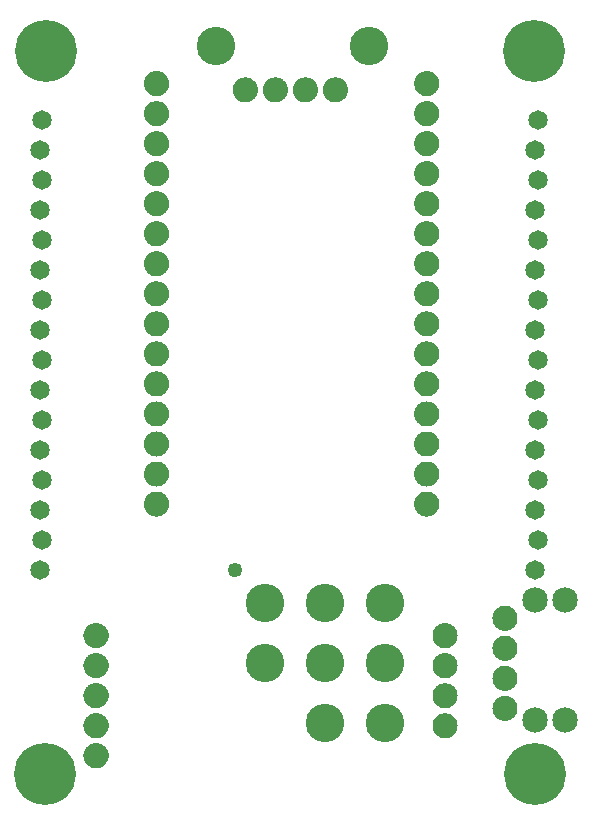
<source format=gts>
G04 MADE WITH FRITZING*
G04 WWW.FRITZING.ORG*
G04 DOUBLE SIDED*
G04 HOLES PLATED*
G04 CONTOUR ON CENTER OF CONTOUR VECTOR*
%ASAXBY*%
%FSLAX23Y23*%
%MOIN*%
%OFA0B0*%
%SFA1.0B1.0*%
%ADD10C,0.085000*%
%ADD11C,0.049370*%
%ADD12C,0.065000*%
%ADD13C,0.128110*%
%ADD14C,0.206850*%
%ADD15R,0.001000X0.001000*%
%LNMASK1*%
G90*
G70*
G54D10*
X1899Y356D03*
X1899Y756D03*
X1799Y356D03*
X1799Y756D03*
G54D11*
X799Y856D03*
G54D12*
X148Y856D03*
X156Y956D03*
X148Y1056D03*
X156Y1156D03*
X148Y1256D03*
X156Y1356D03*
X148Y1456D03*
X156Y1556D03*
X148Y1656D03*
X156Y1756D03*
X148Y1856D03*
X156Y1956D03*
X148Y2056D03*
X156Y2156D03*
X148Y2256D03*
X156Y2356D03*
X148Y856D03*
X156Y956D03*
X148Y1056D03*
X156Y1156D03*
X148Y1256D03*
X156Y1356D03*
X148Y1456D03*
X156Y1556D03*
X148Y1656D03*
X156Y1756D03*
X148Y1856D03*
X156Y1956D03*
X148Y2056D03*
X156Y2156D03*
X148Y2256D03*
X156Y2356D03*
X1799Y856D03*
X1807Y956D03*
X1799Y1056D03*
X1807Y1156D03*
X1799Y1256D03*
X1807Y1356D03*
X1799Y1456D03*
X1807Y1556D03*
X1799Y1656D03*
X1807Y1756D03*
X1799Y1856D03*
X1807Y1956D03*
X1799Y2056D03*
X1807Y2156D03*
X1799Y2256D03*
X1807Y2356D03*
X1799Y856D03*
X1807Y956D03*
X1799Y1056D03*
X1807Y1156D03*
X1799Y1256D03*
X1807Y1356D03*
X1799Y1456D03*
X1807Y1556D03*
X1799Y1656D03*
X1807Y1756D03*
X1799Y1856D03*
X1807Y1956D03*
X1799Y2056D03*
X1807Y2156D03*
X1799Y2256D03*
X1807Y2356D03*
G54D13*
X1099Y345D03*
X899Y545D03*
X899Y745D03*
X1099Y545D03*
X1099Y745D03*
X1299Y345D03*
X1299Y545D03*
X1299Y745D03*
X1245Y2604D03*
X735Y2604D03*
G54D14*
X1797Y175D03*
X165Y175D03*
X1795Y2587D03*
X1795Y2587D03*
X167Y2586D03*
X167Y2586D03*
G54D15*
X532Y2519D02*
X541Y2519D01*
X1433Y2519D02*
X1442Y2519D01*
X526Y2518D02*
X546Y2518D01*
X1427Y2518D02*
X1447Y2518D01*
X523Y2517D02*
X549Y2517D01*
X1424Y2517D02*
X1450Y2517D01*
X520Y2516D02*
X552Y2516D01*
X1421Y2516D02*
X1453Y2516D01*
X518Y2515D02*
X554Y2515D01*
X1419Y2515D02*
X1455Y2515D01*
X516Y2514D02*
X556Y2514D01*
X1417Y2514D02*
X1457Y2514D01*
X515Y2513D02*
X558Y2513D01*
X1416Y2513D02*
X1459Y2513D01*
X513Y2512D02*
X559Y2512D01*
X1414Y2512D02*
X1460Y2512D01*
X512Y2511D02*
X561Y2511D01*
X1413Y2511D02*
X1462Y2511D01*
X510Y2510D02*
X562Y2510D01*
X1411Y2510D02*
X1463Y2510D01*
X509Y2509D02*
X563Y2509D01*
X1410Y2509D02*
X1464Y2509D01*
X508Y2508D02*
X564Y2508D01*
X1409Y2508D02*
X1465Y2508D01*
X507Y2507D02*
X565Y2507D01*
X1408Y2507D02*
X1466Y2507D01*
X506Y2506D02*
X566Y2506D01*
X1407Y2506D02*
X1467Y2506D01*
X505Y2505D02*
X567Y2505D01*
X1406Y2505D02*
X1468Y2505D01*
X504Y2504D02*
X568Y2504D01*
X1405Y2504D02*
X1469Y2504D01*
X504Y2503D02*
X569Y2503D01*
X1404Y2503D02*
X1470Y2503D01*
X503Y2502D02*
X570Y2502D01*
X1404Y2502D02*
X1471Y2502D01*
X502Y2501D02*
X570Y2501D01*
X1403Y2501D02*
X1471Y2501D01*
X501Y2500D02*
X571Y2500D01*
X1402Y2500D02*
X1472Y2500D01*
X501Y2499D02*
X572Y2499D01*
X1402Y2499D02*
X1473Y2499D01*
X500Y2498D02*
X572Y2498D01*
X828Y2498D02*
X837Y2498D01*
X928Y2498D02*
X937Y2498D01*
X1028Y2498D02*
X1037Y2498D01*
X1128Y2498D02*
X1137Y2498D01*
X1401Y2498D02*
X1473Y2498D01*
X500Y2497D02*
X573Y2497D01*
X822Y2497D02*
X842Y2497D01*
X923Y2497D02*
X942Y2497D01*
X1023Y2497D02*
X1042Y2497D01*
X1123Y2497D02*
X1142Y2497D01*
X1401Y2497D02*
X1474Y2497D01*
X499Y2496D02*
X573Y2496D01*
X819Y2496D02*
X846Y2496D01*
X919Y2496D02*
X946Y2496D01*
X1019Y2496D02*
X1046Y2496D01*
X1119Y2496D02*
X1146Y2496D01*
X1400Y2496D02*
X1474Y2496D01*
X499Y2495D02*
X574Y2495D01*
X816Y2495D02*
X848Y2495D01*
X916Y2495D02*
X948Y2495D01*
X1016Y2495D02*
X1049Y2495D01*
X1117Y2495D02*
X1149Y2495D01*
X1400Y2495D02*
X1475Y2495D01*
X498Y2494D02*
X574Y2494D01*
X814Y2494D02*
X850Y2494D01*
X914Y2494D02*
X950Y2494D01*
X1014Y2494D02*
X1051Y2494D01*
X1115Y2494D02*
X1151Y2494D01*
X1399Y2494D02*
X1475Y2494D01*
X498Y2493D02*
X575Y2493D01*
X812Y2493D02*
X852Y2493D01*
X912Y2493D02*
X952Y2493D01*
X1013Y2493D02*
X1052Y2493D01*
X1113Y2493D02*
X1153Y2493D01*
X1399Y2493D02*
X1476Y2493D01*
X497Y2492D02*
X575Y2492D01*
X811Y2492D02*
X854Y2492D01*
X911Y2492D02*
X954Y2492D01*
X1011Y2492D02*
X1054Y2492D01*
X1111Y2492D02*
X1154Y2492D01*
X1398Y2492D02*
X1476Y2492D01*
X497Y2491D02*
X575Y2491D01*
X809Y2491D02*
X855Y2491D01*
X909Y2491D02*
X956Y2491D01*
X1009Y2491D02*
X1056Y2491D01*
X1109Y2491D02*
X1156Y2491D01*
X1398Y2491D02*
X1476Y2491D01*
X497Y2490D02*
X576Y2490D01*
X808Y2490D02*
X857Y2490D01*
X908Y2490D02*
X957Y2490D01*
X1008Y2490D02*
X1057Y2490D01*
X1108Y2490D02*
X1157Y2490D01*
X1398Y2490D02*
X1477Y2490D01*
X496Y2489D02*
X576Y2489D01*
X806Y2489D02*
X858Y2489D01*
X906Y2489D02*
X958Y2489D01*
X1007Y2489D02*
X1058Y2489D01*
X1107Y2489D02*
X1159Y2489D01*
X1397Y2489D02*
X1477Y2489D01*
X496Y2488D02*
X576Y2488D01*
X805Y2488D02*
X859Y2488D01*
X905Y2488D02*
X959Y2488D01*
X1005Y2488D02*
X1060Y2488D01*
X1106Y2488D02*
X1160Y2488D01*
X1397Y2488D02*
X1477Y2488D01*
X496Y2487D02*
X577Y2487D01*
X804Y2487D02*
X860Y2487D01*
X904Y2487D02*
X961Y2487D01*
X1004Y2487D02*
X1061Y2487D01*
X1104Y2487D02*
X1161Y2487D01*
X1397Y2487D02*
X1477Y2487D01*
X496Y2486D02*
X577Y2486D01*
X803Y2486D02*
X862Y2486D01*
X903Y2486D02*
X962Y2486D01*
X1003Y2486D02*
X1062Y2486D01*
X1103Y2486D02*
X1162Y2486D01*
X1397Y2486D02*
X1478Y2486D01*
X495Y2485D02*
X577Y2485D01*
X802Y2485D02*
X862Y2485D01*
X902Y2485D02*
X963Y2485D01*
X1002Y2485D02*
X1063Y2485D01*
X1102Y2485D02*
X1163Y2485D01*
X1396Y2485D02*
X1478Y2485D01*
X495Y2484D02*
X577Y2484D01*
X801Y2484D02*
X863Y2484D01*
X901Y2484D02*
X963Y2484D01*
X1001Y2484D02*
X1064Y2484D01*
X1102Y2484D02*
X1164Y2484D01*
X1396Y2484D02*
X1478Y2484D01*
X495Y2483D02*
X577Y2483D01*
X800Y2483D02*
X864Y2483D01*
X900Y2483D02*
X964Y2483D01*
X1001Y2483D02*
X1064Y2483D01*
X1101Y2483D02*
X1165Y2483D01*
X1396Y2483D02*
X1478Y2483D01*
X495Y2482D02*
X577Y2482D01*
X800Y2482D02*
X865Y2482D01*
X900Y2482D02*
X965Y2482D01*
X1000Y2482D02*
X1065Y2482D01*
X1100Y2482D02*
X1165Y2482D01*
X1396Y2482D02*
X1478Y2482D01*
X495Y2481D02*
X578Y2481D01*
X799Y2481D02*
X866Y2481D01*
X899Y2481D02*
X966Y2481D01*
X999Y2481D02*
X1066Y2481D01*
X1099Y2481D02*
X1166Y2481D01*
X1396Y2481D02*
X1478Y2481D01*
X495Y2480D02*
X578Y2480D01*
X798Y2480D02*
X866Y2480D01*
X898Y2480D02*
X967Y2480D01*
X998Y2480D02*
X1067Y2480D01*
X1098Y2480D02*
X1167Y2480D01*
X1396Y2480D02*
X1479Y2480D01*
X495Y2479D02*
X578Y2479D01*
X797Y2479D02*
X867Y2479D01*
X898Y2479D02*
X967Y2479D01*
X998Y2479D02*
X1067Y2479D01*
X1098Y2479D02*
X1167Y2479D01*
X1396Y2479D02*
X1479Y2479D01*
X495Y2478D02*
X578Y2478D01*
X797Y2478D02*
X868Y2478D01*
X897Y2478D02*
X968Y2478D01*
X997Y2478D02*
X1068Y2478D01*
X1097Y2478D02*
X1168Y2478D01*
X1396Y2478D02*
X1479Y2478D01*
X495Y2477D02*
X578Y2477D01*
X796Y2477D02*
X868Y2477D01*
X896Y2477D02*
X968Y2477D01*
X996Y2477D02*
X1069Y2477D01*
X1097Y2477D02*
X1169Y2477D01*
X1396Y2477D02*
X1479Y2477D01*
X495Y2476D02*
X578Y2476D01*
X796Y2476D02*
X869Y2476D01*
X896Y2476D02*
X969Y2476D01*
X996Y2476D02*
X1069Y2476D01*
X1096Y2476D02*
X1169Y2476D01*
X1396Y2476D02*
X1479Y2476D01*
X495Y2475D02*
X578Y2475D01*
X795Y2475D02*
X869Y2475D01*
X895Y2475D02*
X970Y2475D01*
X995Y2475D02*
X1070Y2475D01*
X1096Y2475D02*
X1170Y2475D01*
X1396Y2475D02*
X1479Y2475D01*
X495Y2474D02*
X578Y2474D01*
X795Y2474D02*
X870Y2474D01*
X895Y2474D02*
X970Y2474D01*
X995Y2474D02*
X1070Y2474D01*
X1095Y2474D02*
X1170Y2474D01*
X1396Y2474D02*
X1478Y2474D01*
X495Y2473D02*
X577Y2473D01*
X794Y2473D02*
X870Y2473D01*
X894Y2473D02*
X970Y2473D01*
X994Y2473D02*
X1071Y2473D01*
X1095Y2473D02*
X1171Y2473D01*
X1396Y2473D02*
X1478Y2473D01*
X495Y2472D02*
X577Y2472D01*
X794Y2472D02*
X871Y2472D01*
X894Y2472D02*
X971Y2472D01*
X994Y2472D02*
X1071Y2472D01*
X1094Y2472D02*
X1171Y2472D01*
X1396Y2472D02*
X1478Y2472D01*
X495Y2471D02*
X577Y2471D01*
X793Y2471D02*
X871Y2471D01*
X894Y2471D02*
X971Y2471D01*
X994Y2471D02*
X1071Y2471D01*
X1094Y2471D02*
X1171Y2471D01*
X1396Y2471D02*
X1478Y2471D01*
X495Y2470D02*
X577Y2470D01*
X793Y2470D02*
X871Y2470D01*
X893Y2470D02*
X972Y2470D01*
X993Y2470D02*
X1072Y2470D01*
X1093Y2470D02*
X1172Y2470D01*
X1396Y2470D02*
X1478Y2470D01*
X496Y2469D02*
X577Y2469D01*
X793Y2469D02*
X872Y2469D01*
X893Y2469D02*
X972Y2469D01*
X993Y2469D02*
X1072Y2469D01*
X1093Y2469D02*
X1172Y2469D01*
X1396Y2469D02*
X1478Y2469D01*
X496Y2468D02*
X577Y2468D01*
X792Y2468D02*
X872Y2468D01*
X893Y2468D02*
X972Y2468D01*
X993Y2468D02*
X1072Y2468D01*
X1093Y2468D02*
X1172Y2468D01*
X1397Y2468D02*
X1478Y2468D01*
X496Y2467D02*
X576Y2467D01*
X792Y2467D02*
X872Y2467D01*
X892Y2467D02*
X972Y2467D01*
X992Y2467D02*
X1073Y2467D01*
X1093Y2467D02*
X1173Y2467D01*
X1397Y2467D02*
X1477Y2467D01*
X496Y2466D02*
X576Y2466D01*
X792Y2466D02*
X873Y2466D01*
X892Y2466D02*
X973Y2466D01*
X992Y2466D02*
X1073Y2466D01*
X1092Y2466D02*
X1173Y2466D01*
X1397Y2466D02*
X1477Y2466D01*
X497Y2465D02*
X576Y2465D01*
X792Y2465D02*
X873Y2465D01*
X892Y2465D02*
X973Y2465D01*
X992Y2465D02*
X1073Y2465D01*
X1092Y2465D02*
X1173Y2465D01*
X1397Y2465D02*
X1477Y2465D01*
X497Y2464D02*
X576Y2464D01*
X792Y2464D02*
X873Y2464D01*
X892Y2464D02*
X973Y2464D01*
X992Y2464D02*
X1073Y2464D01*
X1092Y2464D02*
X1173Y2464D01*
X1398Y2464D02*
X1476Y2464D01*
X497Y2463D02*
X575Y2463D01*
X791Y2463D02*
X873Y2463D01*
X891Y2463D02*
X973Y2463D01*
X992Y2463D02*
X1073Y2463D01*
X1092Y2463D02*
X1174Y2463D01*
X1398Y2463D02*
X1476Y2463D01*
X498Y2462D02*
X575Y2462D01*
X791Y2462D02*
X873Y2462D01*
X891Y2462D02*
X973Y2462D01*
X991Y2462D02*
X1074Y2462D01*
X1092Y2462D02*
X1174Y2462D01*
X1399Y2462D02*
X1476Y2462D01*
X498Y2461D02*
X574Y2461D01*
X791Y2461D02*
X873Y2461D01*
X891Y2461D02*
X974Y2461D01*
X991Y2461D02*
X1074Y2461D01*
X1091Y2461D02*
X1174Y2461D01*
X1399Y2461D02*
X1475Y2461D01*
X498Y2460D02*
X574Y2460D01*
X791Y2460D02*
X874Y2460D01*
X891Y2460D02*
X974Y2460D01*
X991Y2460D02*
X1074Y2460D01*
X1091Y2460D02*
X1174Y2460D01*
X1399Y2460D02*
X1475Y2460D01*
X499Y2459D02*
X573Y2459D01*
X791Y2459D02*
X874Y2459D01*
X891Y2459D02*
X974Y2459D01*
X991Y2459D02*
X1074Y2459D01*
X1091Y2459D02*
X1174Y2459D01*
X1400Y2459D02*
X1474Y2459D01*
X499Y2458D02*
X573Y2458D01*
X791Y2458D02*
X874Y2458D01*
X891Y2458D02*
X974Y2458D01*
X991Y2458D02*
X1074Y2458D01*
X1091Y2458D02*
X1174Y2458D01*
X1400Y2458D02*
X1474Y2458D01*
X500Y2457D02*
X572Y2457D01*
X791Y2457D02*
X874Y2457D01*
X891Y2457D02*
X974Y2457D01*
X991Y2457D02*
X1074Y2457D01*
X1091Y2457D02*
X1174Y2457D01*
X1401Y2457D02*
X1473Y2457D01*
X501Y2456D02*
X572Y2456D01*
X791Y2456D02*
X874Y2456D01*
X891Y2456D02*
X974Y2456D01*
X991Y2456D02*
X1074Y2456D01*
X1091Y2456D02*
X1174Y2456D01*
X1402Y2456D02*
X1473Y2456D01*
X501Y2455D02*
X571Y2455D01*
X791Y2455D02*
X874Y2455D01*
X891Y2455D02*
X974Y2455D01*
X991Y2455D02*
X1074Y2455D01*
X1091Y2455D02*
X1174Y2455D01*
X1402Y2455D02*
X1472Y2455D01*
X502Y2454D02*
X571Y2454D01*
X791Y2454D02*
X874Y2454D01*
X891Y2454D02*
X974Y2454D01*
X991Y2454D02*
X1074Y2454D01*
X1091Y2454D02*
X1174Y2454D01*
X1403Y2454D02*
X1472Y2454D01*
X503Y2453D02*
X570Y2453D01*
X791Y2453D02*
X874Y2453D01*
X891Y2453D02*
X974Y2453D01*
X991Y2453D02*
X1074Y2453D01*
X1091Y2453D02*
X1174Y2453D01*
X1403Y2453D02*
X1471Y2453D01*
X503Y2452D02*
X569Y2452D01*
X791Y2452D02*
X874Y2452D01*
X891Y2452D02*
X974Y2452D01*
X991Y2452D02*
X1074Y2452D01*
X1091Y2452D02*
X1174Y2452D01*
X1404Y2452D02*
X1470Y2452D01*
X504Y2451D02*
X568Y2451D01*
X791Y2451D02*
X873Y2451D01*
X891Y2451D02*
X973Y2451D01*
X991Y2451D02*
X1074Y2451D01*
X1092Y2451D02*
X1174Y2451D01*
X1405Y2451D02*
X1469Y2451D01*
X505Y2450D02*
X568Y2450D01*
X791Y2450D02*
X873Y2450D01*
X891Y2450D02*
X973Y2450D01*
X992Y2450D02*
X1073Y2450D01*
X1092Y2450D02*
X1174Y2450D01*
X1406Y2450D02*
X1469Y2450D01*
X506Y2449D02*
X567Y2449D01*
X791Y2449D02*
X873Y2449D01*
X892Y2449D02*
X973Y2449D01*
X992Y2449D02*
X1073Y2449D01*
X1092Y2449D02*
X1173Y2449D01*
X1407Y2449D02*
X1468Y2449D01*
X507Y2448D02*
X566Y2448D01*
X792Y2448D02*
X873Y2448D01*
X892Y2448D02*
X973Y2448D01*
X992Y2448D02*
X1073Y2448D01*
X1092Y2448D02*
X1173Y2448D01*
X1408Y2448D02*
X1467Y2448D01*
X508Y2447D02*
X565Y2447D01*
X792Y2447D02*
X873Y2447D01*
X892Y2447D02*
X973Y2447D01*
X992Y2447D02*
X1073Y2447D01*
X1092Y2447D02*
X1173Y2447D01*
X1409Y2447D02*
X1466Y2447D01*
X509Y2446D02*
X564Y2446D01*
X792Y2446D02*
X872Y2446D01*
X892Y2446D02*
X973Y2446D01*
X992Y2446D02*
X1073Y2446D01*
X1092Y2446D02*
X1173Y2446D01*
X1410Y2446D02*
X1465Y2446D01*
X510Y2445D02*
X563Y2445D01*
X792Y2445D02*
X872Y2445D01*
X893Y2445D02*
X972Y2445D01*
X993Y2445D02*
X1072Y2445D01*
X1093Y2445D02*
X1173Y2445D01*
X1411Y2445D02*
X1463Y2445D01*
X511Y2444D02*
X561Y2444D01*
X793Y2444D02*
X872Y2444D01*
X893Y2444D02*
X972Y2444D01*
X993Y2444D02*
X1072Y2444D01*
X1093Y2444D02*
X1172Y2444D01*
X1412Y2444D02*
X1462Y2444D01*
X513Y2443D02*
X560Y2443D01*
X793Y2443D02*
X872Y2443D01*
X893Y2443D02*
X972Y2443D01*
X993Y2443D02*
X1072Y2443D01*
X1093Y2443D02*
X1172Y2443D01*
X1414Y2443D02*
X1461Y2443D01*
X514Y2442D02*
X558Y2442D01*
X793Y2442D02*
X871Y2442D01*
X893Y2442D02*
X971Y2442D01*
X994Y2442D02*
X1071Y2442D01*
X1094Y2442D02*
X1172Y2442D01*
X1415Y2442D02*
X1459Y2442D01*
X516Y2441D02*
X557Y2441D01*
X794Y2441D02*
X871Y2441D01*
X894Y2441D02*
X971Y2441D01*
X994Y2441D02*
X1071Y2441D01*
X1094Y2441D02*
X1171Y2441D01*
X1417Y2441D02*
X1458Y2441D01*
X517Y2440D02*
X555Y2440D01*
X794Y2440D02*
X870Y2440D01*
X894Y2440D02*
X971Y2440D01*
X994Y2440D02*
X1071Y2440D01*
X1094Y2440D02*
X1171Y2440D01*
X1418Y2440D02*
X1456Y2440D01*
X520Y2439D02*
X553Y2439D01*
X795Y2439D02*
X870Y2439D01*
X895Y2439D02*
X970Y2439D01*
X995Y2439D02*
X1070Y2439D01*
X1095Y2439D02*
X1170Y2439D01*
X1420Y2439D02*
X1454Y2439D01*
X522Y2438D02*
X550Y2438D01*
X795Y2438D02*
X870Y2438D01*
X895Y2438D02*
X970Y2438D01*
X995Y2438D02*
X1070Y2438D01*
X1095Y2438D02*
X1170Y2438D01*
X1423Y2438D02*
X1451Y2438D01*
X525Y2437D02*
X547Y2437D01*
X796Y2437D02*
X869Y2437D01*
X896Y2437D02*
X969Y2437D01*
X996Y2437D02*
X1069Y2437D01*
X1096Y2437D02*
X1169Y2437D01*
X1426Y2437D02*
X1448Y2437D01*
X530Y2436D02*
X543Y2436D01*
X796Y2436D02*
X868Y2436D01*
X896Y2436D02*
X969Y2436D01*
X996Y2436D02*
X1069Y2436D01*
X1096Y2436D02*
X1169Y2436D01*
X1431Y2436D02*
X1444Y2436D01*
X797Y2435D02*
X868Y2435D01*
X897Y2435D02*
X968Y2435D01*
X997Y2435D02*
X1068Y2435D01*
X1097Y2435D02*
X1168Y2435D01*
X797Y2434D02*
X867Y2434D01*
X897Y2434D02*
X967Y2434D01*
X998Y2434D02*
X1068Y2434D01*
X1098Y2434D02*
X1168Y2434D01*
X798Y2433D02*
X867Y2433D01*
X898Y2433D02*
X967Y2433D01*
X998Y2433D02*
X1067Y2433D01*
X1098Y2433D02*
X1167Y2433D01*
X799Y2432D02*
X866Y2432D01*
X899Y2432D02*
X966Y2432D01*
X999Y2432D02*
X1066Y2432D01*
X1099Y2432D02*
X1166Y2432D01*
X799Y2431D02*
X865Y2431D01*
X899Y2431D02*
X965Y2431D01*
X1000Y2431D02*
X1065Y2431D01*
X1100Y2431D02*
X1166Y2431D01*
X800Y2430D02*
X864Y2430D01*
X900Y2430D02*
X965Y2430D01*
X1000Y2430D02*
X1065Y2430D01*
X1100Y2430D02*
X1165Y2430D01*
X801Y2429D02*
X864Y2429D01*
X901Y2429D02*
X964Y2429D01*
X1001Y2429D02*
X1064Y2429D01*
X1101Y2429D02*
X1164Y2429D01*
X802Y2428D02*
X863Y2428D01*
X902Y2428D02*
X963Y2428D01*
X1002Y2428D02*
X1063Y2428D01*
X1102Y2428D02*
X1163Y2428D01*
X803Y2427D02*
X862Y2427D01*
X903Y2427D02*
X962Y2427D01*
X1003Y2427D02*
X1062Y2427D01*
X1103Y2427D02*
X1162Y2427D01*
X804Y2426D02*
X861Y2426D01*
X904Y2426D02*
X961Y2426D01*
X1004Y2426D02*
X1061Y2426D01*
X1104Y2426D02*
X1161Y2426D01*
X805Y2425D02*
X860Y2425D01*
X905Y2425D02*
X960Y2425D01*
X1005Y2425D02*
X1060Y2425D01*
X1105Y2425D02*
X1160Y2425D01*
X806Y2424D02*
X859Y2424D01*
X906Y2424D02*
X959Y2424D01*
X1006Y2424D02*
X1059Y2424D01*
X1106Y2424D02*
X1159Y2424D01*
X807Y2423D02*
X857Y2423D01*
X907Y2423D02*
X957Y2423D01*
X1008Y2423D02*
X1057Y2423D01*
X1108Y2423D02*
X1158Y2423D01*
X809Y2422D02*
X856Y2422D01*
X909Y2422D02*
X956Y2422D01*
X1009Y2422D02*
X1056Y2422D01*
X1109Y2422D02*
X1156Y2422D01*
X810Y2421D02*
X854Y2421D01*
X910Y2421D02*
X954Y2421D01*
X1010Y2421D02*
X1055Y2421D01*
X1111Y2421D02*
X1155Y2421D01*
X812Y2420D02*
X853Y2420D01*
X912Y2420D02*
X953Y2420D01*
X1012Y2420D02*
X1053Y2420D01*
X1112Y2420D02*
X1153Y2420D01*
X533Y2419D02*
X540Y2419D01*
X814Y2419D02*
X851Y2419D01*
X914Y2419D02*
X951Y2419D01*
X1014Y2419D02*
X1051Y2419D01*
X1114Y2419D02*
X1151Y2419D01*
X1433Y2419D02*
X1441Y2419D01*
X527Y2418D02*
X545Y2418D01*
X816Y2418D02*
X849Y2418D01*
X916Y2418D02*
X949Y2418D01*
X1016Y2418D02*
X1049Y2418D01*
X1116Y2418D02*
X1149Y2418D01*
X1428Y2418D02*
X1446Y2418D01*
X523Y2417D02*
X549Y2417D01*
X818Y2417D02*
X846Y2417D01*
X918Y2417D02*
X947Y2417D01*
X1018Y2417D02*
X1047Y2417D01*
X1119Y2417D02*
X1147Y2417D01*
X1424Y2417D02*
X1450Y2417D01*
X520Y2416D02*
X552Y2416D01*
X821Y2416D02*
X843Y2416D01*
X921Y2416D02*
X943Y2416D01*
X1022Y2416D02*
X1043Y2416D01*
X1122Y2416D02*
X1144Y2416D01*
X1421Y2416D02*
X1453Y2416D01*
X518Y2415D02*
X554Y2415D01*
X826Y2415D02*
X839Y2415D01*
X926Y2415D02*
X939Y2415D01*
X1026Y2415D02*
X1039Y2415D01*
X1126Y2415D02*
X1139Y2415D01*
X1419Y2415D02*
X1455Y2415D01*
X516Y2414D02*
X556Y2414D01*
X1417Y2414D02*
X1457Y2414D01*
X515Y2413D02*
X558Y2413D01*
X1416Y2413D02*
X1459Y2413D01*
X513Y2412D02*
X559Y2412D01*
X1414Y2412D02*
X1460Y2412D01*
X512Y2411D02*
X561Y2411D01*
X1413Y2411D02*
X1461Y2411D01*
X511Y2410D02*
X562Y2410D01*
X1411Y2410D02*
X1463Y2410D01*
X509Y2409D02*
X563Y2409D01*
X1410Y2409D02*
X1464Y2409D01*
X508Y2408D02*
X564Y2408D01*
X1409Y2408D02*
X1465Y2408D01*
X507Y2407D02*
X565Y2407D01*
X1408Y2407D02*
X1466Y2407D01*
X506Y2406D02*
X566Y2406D01*
X1407Y2406D02*
X1467Y2406D01*
X505Y2405D02*
X567Y2405D01*
X1406Y2405D02*
X1468Y2405D01*
X504Y2404D02*
X568Y2404D01*
X1405Y2404D02*
X1469Y2404D01*
X504Y2403D02*
X569Y2403D01*
X1405Y2403D02*
X1470Y2403D01*
X503Y2402D02*
X570Y2402D01*
X1404Y2402D02*
X1470Y2402D01*
X502Y2401D02*
X570Y2401D01*
X1403Y2401D02*
X1471Y2401D01*
X501Y2400D02*
X571Y2400D01*
X1402Y2400D02*
X1472Y2400D01*
X501Y2399D02*
X572Y2399D01*
X1402Y2399D02*
X1472Y2399D01*
X500Y2398D02*
X572Y2398D01*
X1401Y2398D02*
X1473Y2398D01*
X500Y2397D02*
X573Y2397D01*
X1401Y2397D02*
X1474Y2397D01*
X499Y2396D02*
X573Y2396D01*
X1400Y2396D02*
X1474Y2396D01*
X499Y2395D02*
X574Y2395D01*
X1400Y2395D02*
X1475Y2395D01*
X498Y2394D02*
X574Y2394D01*
X1399Y2394D02*
X1475Y2394D01*
X498Y2393D02*
X575Y2393D01*
X1399Y2393D02*
X1476Y2393D01*
X497Y2392D02*
X575Y2392D01*
X1398Y2392D02*
X1476Y2392D01*
X497Y2391D02*
X575Y2391D01*
X1398Y2391D02*
X1476Y2391D01*
X497Y2390D02*
X576Y2390D01*
X1398Y2390D02*
X1477Y2390D01*
X496Y2389D02*
X576Y2389D01*
X1397Y2389D02*
X1477Y2389D01*
X496Y2388D02*
X576Y2388D01*
X1397Y2388D02*
X1477Y2388D01*
X496Y2387D02*
X576Y2387D01*
X1397Y2387D02*
X1477Y2387D01*
X496Y2386D02*
X577Y2386D01*
X1397Y2386D02*
X1478Y2386D01*
X495Y2385D02*
X577Y2385D01*
X1396Y2385D02*
X1478Y2385D01*
X495Y2384D02*
X577Y2384D01*
X1396Y2384D02*
X1478Y2384D01*
X495Y2383D02*
X577Y2383D01*
X1396Y2383D02*
X1478Y2383D01*
X495Y2382D02*
X577Y2382D01*
X1396Y2382D02*
X1478Y2382D01*
X495Y2381D02*
X578Y2381D01*
X1396Y2381D02*
X1478Y2381D01*
X495Y2380D02*
X578Y2380D01*
X1396Y2380D02*
X1479Y2380D01*
X495Y2379D02*
X578Y2379D01*
X1396Y2379D02*
X1479Y2379D01*
X495Y2378D02*
X578Y2378D01*
X1396Y2378D02*
X1479Y2378D01*
X495Y2377D02*
X578Y2377D01*
X1396Y2377D02*
X1479Y2377D01*
X495Y2376D02*
X578Y2376D01*
X1396Y2376D02*
X1479Y2376D01*
X495Y2375D02*
X578Y2375D01*
X1396Y2375D02*
X1479Y2375D01*
X495Y2374D02*
X578Y2374D01*
X1396Y2374D02*
X1478Y2374D01*
X495Y2373D02*
X577Y2373D01*
X1396Y2373D02*
X1478Y2373D01*
X495Y2372D02*
X577Y2372D01*
X1396Y2372D02*
X1478Y2372D01*
X495Y2371D02*
X577Y2371D01*
X1396Y2371D02*
X1478Y2371D01*
X495Y2370D02*
X577Y2370D01*
X1396Y2370D02*
X1478Y2370D01*
X496Y2369D02*
X577Y2369D01*
X1396Y2369D02*
X1478Y2369D01*
X496Y2368D02*
X577Y2368D01*
X1397Y2368D02*
X1478Y2368D01*
X496Y2367D02*
X576Y2367D01*
X1397Y2367D02*
X1477Y2367D01*
X496Y2366D02*
X576Y2366D01*
X1397Y2366D02*
X1477Y2366D01*
X497Y2365D02*
X576Y2365D01*
X1397Y2365D02*
X1477Y2365D01*
X497Y2364D02*
X576Y2364D01*
X1398Y2364D02*
X1476Y2364D01*
X497Y2363D02*
X575Y2363D01*
X1398Y2363D02*
X1476Y2363D01*
X498Y2362D02*
X575Y2362D01*
X1398Y2362D02*
X1476Y2362D01*
X498Y2361D02*
X574Y2361D01*
X1399Y2361D02*
X1475Y2361D01*
X498Y2360D02*
X574Y2360D01*
X1399Y2360D02*
X1475Y2360D01*
X499Y2359D02*
X574Y2359D01*
X1400Y2359D02*
X1474Y2359D01*
X499Y2358D02*
X573Y2358D01*
X1400Y2358D02*
X1474Y2358D01*
X500Y2357D02*
X573Y2357D01*
X1401Y2357D02*
X1473Y2357D01*
X501Y2356D02*
X572Y2356D01*
X1401Y2356D02*
X1473Y2356D01*
X501Y2355D02*
X571Y2355D01*
X1402Y2355D02*
X1472Y2355D01*
X502Y2354D02*
X571Y2354D01*
X1403Y2354D02*
X1472Y2354D01*
X502Y2353D02*
X570Y2353D01*
X1403Y2353D02*
X1471Y2353D01*
X503Y2352D02*
X569Y2352D01*
X1404Y2352D02*
X1470Y2352D01*
X504Y2351D02*
X568Y2351D01*
X1405Y2351D02*
X1469Y2351D01*
X505Y2350D02*
X568Y2350D01*
X1406Y2350D02*
X1469Y2350D01*
X506Y2349D02*
X567Y2349D01*
X1407Y2349D02*
X1468Y2349D01*
X507Y2348D02*
X566Y2348D01*
X1407Y2348D02*
X1467Y2348D01*
X508Y2347D02*
X565Y2347D01*
X1408Y2347D02*
X1466Y2347D01*
X509Y2346D02*
X564Y2346D01*
X1410Y2346D02*
X1465Y2346D01*
X510Y2345D02*
X563Y2345D01*
X1411Y2345D02*
X1464Y2345D01*
X511Y2344D02*
X561Y2344D01*
X1412Y2344D02*
X1462Y2344D01*
X512Y2343D02*
X560Y2343D01*
X1413Y2343D02*
X1461Y2343D01*
X514Y2342D02*
X558Y2342D01*
X1415Y2342D02*
X1459Y2342D01*
X516Y2341D02*
X557Y2341D01*
X1416Y2341D02*
X1458Y2341D01*
X517Y2340D02*
X555Y2340D01*
X1418Y2340D02*
X1456Y2340D01*
X519Y2339D02*
X553Y2339D01*
X1420Y2339D02*
X1454Y2339D01*
X522Y2338D02*
X551Y2338D01*
X1423Y2338D02*
X1452Y2338D01*
X525Y2337D02*
X548Y2337D01*
X1426Y2337D02*
X1449Y2337D01*
X529Y2336D02*
X543Y2336D01*
X1430Y2336D02*
X1444Y2336D01*
X534Y2319D02*
X538Y2319D01*
X1435Y2319D02*
X1439Y2319D01*
X527Y2318D02*
X545Y2318D01*
X1428Y2318D02*
X1446Y2318D01*
X524Y2317D02*
X549Y2317D01*
X1425Y2317D02*
X1450Y2317D01*
X521Y2316D02*
X552Y2316D01*
X1422Y2316D02*
X1453Y2316D01*
X519Y2315D02*
X554Y2315D01*
X1420Y2315D02*
X1455Y2315D01*
X517Y2314D02*
X556Y2314D01*
X1418Y2314D02*
X1457Y2314D01*
X515Y2313D02*
X557Y2313D01*
X1416Y2313D02*
X1458Y2313D01*
X513Y2312D02*
X559Y2312D01*
X1414Y2312D02*
X1460Y2312D01*
X512Y2311D02*
X560Y2311D01*
X1413Y2311D02*
X1461Y2311D01*
X511Y2310D02*
X562Y2310D01*
X1412Y2310D02*
X1463Y2310D01*
X509Y2309D02*
X563Y2309D01*
X1410Y2309D02*
X1464Y2309D01*
X508Y2308D02*
X564Y2308D01*
X1409Y2308D02*
X1465Y2308D01*
X507Y2307D02*
X565Y2307D01*
X1408Y2307D02*
X1466Y2307D01*
X506Y2306D02*
X566Y2306D01*
X1407Y2306D02*
X1467Y2306D01*
X505Y2305D02*
X567Y2305D01*
X1406Y2305D02*
X1468Y2305D01*
X504Y2304D02*
X568Y2304D01*
X1405Y2304D02*
X1469Y2304D01*
X504Y2303D02*
X569Y2303D01*
X1405Y2303D02*
X1470Y2303D01*
X503Y2302D02*
X569Y2302D01*
X1404Y2302D02*
X1470Y2302D01*
X502Y2301D02*
X570Y2301D01*
X1403Y2301D02*
X1471Y2301D01*
X502Y2300D02*
X571Y2300D01*
X1402Y2300D02*
X1472Y2300D01*
X501Y2299D02*
X571Y2299D01*
X1402Y2299D02*
X1472Y2299D01*
X500Y2298D02*
X572Y2298D01*
X1401Y2298D02*
X1473Y2298D01*
X500Y2297D02*
X573Y2297D01*
X1401Y2297D02*
X1474Y2297D01*
X499Y2296D02*
X573Y2296D01*
X1400Y2296D02*
X1474Y2296D01*
X499Y2295D02*
X574Y2295D01*
X1400Y2295D02*
X1475Y2295D01*
X498Y2294D02*
X574Y2294D01*
X1399Y2294D02*
X1475Y2294D01*
X498Y2293D02*
X575Y2293D01*
X1399Y2293D02*
X1476Y2293D01*
X497Y2292D02*
X575Y2292D01*
X1398Y2292D02*
X1476Y2292D01*
X497Y2291D02*
X575Y2291D01*
X1398Y2291D02*
X1476Y2291D01*
X497Y2290D02*
X576Y2290D01*
X1398Y2290D02*
X1477Y2290D01*
X496Y2289D02*
X576Y2289D01*
X1397Y2289D02*
X1477Y2289D01*
X496Y2288D02*
X576Y2288D01*
X1397Y2288D02*
X1477Y2288D01*
X496Y2287D02*
X576Y2287D01*
X1397Y2287D02*
X1477Y2287D01*
X496Y2286D02*
X577Y2286D01*
X1397Y2286D02*
X1478Y2286D01*
X496Y2285D02*
X577Y2285D01*
X1396Y2285D02*
X1478Y2285D01*
X495Y2284D02*
X577Y2284D01*
X1396Y2284D02*
X1478Y2284D01*
X495Y2283D02*
X577Y2283D01*
X1396Y2283D02*
X1478Y2283D01*
X495Y2282D02*
X577Y2282D01*
X1396Y2282D02*
X1478Y2282D01*
X495Y2281D02*
X578Y2281D01*
X1396Y2281D02*
X1478Y2281D01*
X495Y2280D02*
X578Y2280D01*
X1396Y2280D02*
X1478Y2280D01*
X495Y2279D02*
X578Y2279D01*
X1396Y2279D02*
X1479Y2279D01*
X495Y2278D02*
X578Y2278D01*
X1396Y2278D02*
X1479Y2278D01*
X495Y2277D02*
X578Y2277D01*
X1396Y2277D02*
X1479Y2277D01*
X495Y2276D02*
X578Y2276D01*
X1396Y2276D02*
X1479Y2276D01*
X495Y2275D02*
X578Y2275D01*
X1396Y2275D02*
X1479Y2275D01*
X495Y2274D02*
X578Y2274D01*
X1396Y2274D02*
X1478Y2274D01*
X495Y2273D02*
X577Y2273D01*
X1396Y2273D02*
X1478Y2273D01*
X495Y2272D02*
X577Y2272D01*
X1396Y2272D02*
X1478Y2272D01*
X495Y2271D02*
X577Y2271D01*
X1396Y2271D02*
X1478Y2271D01*
X495Y2270D02*
X577Y2270D01*
X1396Y2270D02*
X1478Y2270D01*
X496Y2269D02*
X577Y2269D01*
X1396Y2269D02*
X1478Y2269D01*
X496Y2268D02*
X577Y2268D01*
X1397Y2268D02*
X1478Y2268D01*
X496Y2267D02*
X576Y2267D01*
X1397Y2267D02*
X1477Y2267D01*
X496Y2266D02*
X576Y2266D01*
X1397Y2266D02*
X1477Y2266D01*
X497Y2265D02*
X576Y2265D01*
X1397Y2265D02*
X1477Y2265D01*
X497Y2264D02*
X576Y2264D01*
X1398Y2264D02*
X1477Y2264D01*
X497Y2263D02*
X575Y2263D01*
X1398Y2263D02*
X1476Y2263D01*
X498Y2262D02*
X575Y2262D01*
X1398Y2262D02*
X1476Y2262D01*
X498Y2261D02*
X575Y2261D01*
X1399Y2261D02*
X1475Y2261D01*
X498Y2260D02*
X574Y2260D01*
X1399Y2260D02*
X1475Y2260D01*
X499Y2259D02*
X574Y2259D01*
X1400Y2259D02*
X1475Y2259D01*
X499Y2258D02*
X573Y2258D01*
X1400Y2258D02*
X1474Y2258D01*
X500Y2257D02*
X573Y2257D01*
X1401Y2257D02*
X1473Y2257D01*
X500Y2256D02*
X572Y2256D01*
X1401Y2256D02*
X1473Y2256D01*
X501Y2255D02*
X571Y2255D01*
X1402Y2255D02*
X1472Y2255D01*
X502Y2254D02*
X571Y2254D01*
X1403Y2254D02*
X1472Y2254D01*
X502Y2253D02*
X570Y2253D01*
X1403Y2253D02*
X1471Y2253D01*
X503Y2252D02*
X569Y2252D01*
X1404Y2252D02*
X1470Y2252D01*
X504Y2251D02*
X569Y2251D01*
X1405Y2251D02*
X1469Y2251D01*
X505Y2250D02*
X568Y2250D01*
X1406Y2250D02*
X1469Y2250D01*
X506Y2249D02*
X567Y2249D01*
X1406Y2249D02*
X1468Y2249D01*
X506Y2248D02*
X566Y2248D01*
X1407Y2248D02*
X1467Y2248D01*
X507Y2247D02*
X565Y2247D01*
X1408Y2247D02*
X1466Y2247D01*
X509Y2246D02*
X564Y2246D01*
X1409Y2246D02*
X1465Y2246D01*
X510Y2245D02*
X563Y2245D01*
X1411Y2245D02*
X1464Y2245D01*
X511Y2244D02*
X561Y2244D01*
X1412Y2244D02*
X1462Y2244D01*
X512Y2243D02*
X560Y2243D01*
X1413Y2243D02*
X1461Y2243D01*
X514Y2242D02*
X559Y2242D01*
X1415Y2242D02*
X1460Y2242D01*
X515Y2241D02*
X557Y2241D01*
X1416Y2241D02*
X1458Y2241D01*
X517Y2240D02*
X555Y2240D01*
X1418Y2240D02*
X1456Y2240D01*
X519Y2239D02*
X553Y2239D01*
X1420Y2239D02*
X1454Y2239D01*
X521Y2238D02*
X551Y2238D01*
X1422Y2238D02*
X1452Y2238D01*
X524Y2237D02*
X548Y2237D01*
X1425Y2237D02*
X1449Y2237D01*
X528Y2236D02*
X544Y2236D01*
X1429Y2236D02*
X1445Y2236D01*
X536Y2219D02*
X536Y2219D01*
X1437Y2219D02*
X1437Y2219D01*
X528Y2218D02*
X545Y2218D01*
X1429Y2218D02*
X1446Y2218D01*
X524Y2217D02*
X549Y2217D01*
X1425Y2217D02*
X1449Y2217D01*
X521Y2216D02*
X551Y2216D01*
X1422Y2216D02*
X1452Y2216D01*
X519Y2215D02*
X554Y2215D01*
X1420Y2215D02*
X1454Y2215D01*
X517Y2214D02*
X556Y2214D01*
X1418Y2214D02*
X1456Y2214D01*
X515Y2213D02*
X557Y2213D01*
X1416Y2213D02*
X1458Y2213D01*
X514Y2212D02*
X559Y2212D01*
X1414Y2212D02*
X1460Y2212D01*
X512Y2211D02*
X560Y2211D01*
X1413Y2211D02*
X1461Y2211D01*
X511Y2210D02*
X562Y2210D01*
X1412Y2210D02*
X1463Y2210D01*
X510Y2209D02*
X563Y2209D01*
X1410Y2209D02*
X1464Y2209D01*
X508Y2208D02*
X564Y2208D01*
X1409Y2208D02*
X1465Y2208D01*
X507Y2207D02*
X565Y2207D01*
X1408Y2207D02*
X1466Y2207D01*
X506Y2206D02*
X566Y2206D01*
X1407Y2206D02*
X1467Y2206D01*
X505Y2205D02*
X567Y2205D01*
X1406Y2205D02*
X1468Y2205D01*
X505Y2204D02*
X568Y2204D01*
X1405Y2204D02*
X1469Y2204D01*
X504Y2203D02*
X569Y2203D01*
X1405Y2203D02*
X1470Y2203D01*
X503Y2202D02*
X569Y2202D01*
X1404Y2202D02*
X1470Y2202D01*
X502Y2201D02*
X570Y2201D01*
X1403Y2201D02*
X1471Y2201D01*
X502Y2200D02*
X571Y2200D01*
X1403Y2200D02*
X1472Y2200D01*
X501Y2199D02*
X571Y2199D01*
X1402Y2199D02*
X1472Y2199D01*
X500Y2198D02*
X572Y2198D01*
X1401Y2198D02*
X1473Y2198D01*
X500Y2197D02*
X573Y2197D01*
X1401Y2197D02*
X1474Y2197D01*
X499Y2196D02*
X573Y2196D01*
X1400Y2196D02*
X1474Y2196D01*
X499Y2195D02*
X574Y2195D01*
X1400Y2195D02*
X1475Y2195D01*
X498Y2194D02*
X574Y2194D01*
X1399Y2194D02*
X1475Y2194D01*
X498Y2193D02*
X575Y2193D01*
X1399Y2193D02*
X1475Y2193D01*
X497Y2192D02*
X575Y2192D01*
X1398Y2192D02*
X1476Y2192D01*
X497Y2191D02*
X575Y2191D01*
X1398Y2191D02*
X1476Y2191D01*
X497Y2190D02*
X576Y2190D01*
X1398Y2190D02*
X1477Y2190D01*
X496Y2189D02*
X576Y2189D01*
X1397Y2189D02*
X1477Y2189D01*
X496Y2188D02*
X576Y2188D01*
X1397Y2188D02*
X1477Y2188D01*
X496Y2187D02*
X576Y2187D01*
X1397Y2187D02*
X1477Y2187D01*
X496Y2186D02*
X577Y2186D01*
X1397Y2186D02*
X1478Y2186D01*
X496Y2185D02*
X577Y2185D01*
X1396Y2185D02*
X1478Y2185D01*
X495Y2184D02*
X577Y2184D01*
X1396Y2184D02*
X1478Y2184D01*
X495Y2183D02*
X577Y2183D01*
X1396Y2183D02*
X1478Y2183D01*
X495Y2182D02*
X577Y2182D01*
X1396Y2182D02*
X1478Y2182D01*
X495Y2181D02*
X578Y2181D01*
X1396Y2181D02*
X1478Y2181D01*
X495Y2180D02*
X578Y2180D01*
X1396Y2180D02*
X1478Y2180D01*
X495Y2179D02*
X578Y2179D01*
X1396Y2179D02*
X1479Y2179D01*
X495Y2178D02*
X578Y2178D01*
X1396Y2178D02*
X1479Y2178D01*
X495Y2177D02*
X578Y2177D01*
X1396Y2177D02*
X1479Y2177D01*
X495Y2176D02*
X578Y2176D01*
X1396Y2176D02*
X1479Y2176D01*
X495Y2175D02*
X578Y2175D01*
X1396Y2175D02*
X1479Y2175D01*
X495Y2174D02*
X578Y2174D01*
X1396Y2174D02*
X1478Y2174D01*
X495Y2173D02*
X578Y2173D01*
X1396Y2173D02*
X1478Y2173D01*
X495Y2172D02*
X577Y2172D01*
X1396Y2172D02*
X1478Y2172D01*
X495Y2171D02*
X577Y2171D01*
X1396Y2171D02*
X1478Y2171D01*
X495Y2170D02*
X577Y2170D01*
X1396Y2170D02*
X1478Y2170D01*
X496Y2169D02*
X577Y2169D01*
X1396Y2169D02*
X1478Y2169D01*
X496Y2168D02*
X577Y2168D01*
X1397Y2168D02*
X1478Y2168D01*
X496Y2167D02*
X576Y2167D01*
X1397Y2167D02*
X1477Y2167D01*
X496Y2166D02*
X576Y2166D01*
X1397Y2166D02*
X1477Y2166D01*
X496Y2165D02*
X576Y2165D01*
X1397Y2165D02*
X1477Y2165D01*
X497Y2164D02*
X576Y2164D01*
X1398Y2164D02*
X1477Y2164D01*
X497Y2163D02*
X575Y2163D01*
X1398Y2163D02*
X1476Y2163D01*
X497Y2162D02*
X575Y2162D01*
X1398Y2162D02*
X1476Y2162D01*
X498Y2161D02*
X575Y2161D01*
X1399Y2161D02*
X1475Y2161D01*
X498Y2160D02*
X574Y2160D01*
X1399Y2160D02*
X1475Y2160D01*
X499Y2159D02*
X574Y2159D01*
X1400Y2159D02*
X1475Y2159D01*
X499Y2158D02*
X573Y2158D01*
X1400Y2158D02*
X1474Y2158D01*
X500Y2157D02*
X573Y2157D01*
X1401Y2157D02*
X1474Y2157D01*
X500Y2156D02*
X572Y2156D01*
X1401Y2156D02*
X1473Y2156D01*
X501Y2155D02*
X571Y2155D01*
X1402Y2155D02*
X1472Y2155D01*
X502Y2154D02*
X571Y2154D01*
X1403Y2154D02*
X1472Y2154D01*
X502Y2153D02*
X570Y2153D01*
X1403Y2153D02*
X1471Y2153D01*
X503Y2152D02*
X569Y2152D01*
X1404Y2152D02*
X1470Y2152D01*
X504Y2151D02*
X569Y2151D01*
X1405Y2151D02*
X1470Y2151D01*
X505Y2150D02*
X568Y2150D01*
X1405Y2150D02*
X1469Y2150D01*
X505Y2149D02*
X567Y2149D01*
X1406Y2149D02*
X1468Y2149D01*
X506Y2148D02*
X566Y2148D01*
X1407Y2148D02*
X1467Y2148D01*
X507Y2147D02*
X565Y2147D01*
X1408Y2147D02*
X1466Y2147D01*
X508Y2146D02*
X564Y2146D01*
X1409Y2146D02*
X1465Y2146D01*
X510Y2145D02*
X563Y2145D01*
X1410Y2145D02*
X1464Y2145D01*
X511Y2144D02*
X562Y2144D01*
X1412Y2144D02*
X1463Y2144D01*
X512Y2143D02*
X560Y2143D01*
X1413Y2143D02*
X1461Y2143D01*
X514Y2142D02*
X559Y2142D01*
X1414Y2142D02*
X1460Y2142D01*
X515Y2141D02*
X557Y2141D01*
X1416Y2141D02*
X1458Y2141D01*
X517Y2140D02*
X556Y2140D01*
X1418Y2140D02*
X1457Y2140D01*
X519Y2139D02*
X554Y2139D01*
X1420Y2139D02*
X1454Y2139D01*
X521Y2138D02*
X551Y2138D01*
X1422Y2138D02*
X1452Y2138D01*
X524Y2137D02*
X549Y2137D01*
X1425Y2137D02*
X1449Y2137D01*
X528Y2136D02*
X545Y2136D01*
X1429Y2136D02*
X1446Y2136D01*
X536Y2135D02*
X536Y2135D01*
X1437Y2135D02*
X1437Y2135D01*
X528Y2118D02*
X544Y2118D01*
X1429Y2118D02*
X1445Y2118D01*
X524Y2117D02*
X548Y2117D01*
X1425Y2117D02*
X1449Y2117D01*
X521Y2116D02*
X551Y2116D01*
X1422Y2116D02*
X1452Y2116D01*
X519Y2115D02*
X553Y2115D01*
X1420Y2115D02*
X1454Y2115D01*
X517Y2114D02*
X555Y2114D01*
X1418Y2114D02*
X1456Y2114D01*
X515Y2113D02*
X557Y2113D01*
X1416Y2113D02*
X1458Y2113D01*
X514Y2112D02*
X559Y2112D01*
X1415Y2112D02*
X1460Y2112D01*
X512Y2111D02*
X560Y2111D01*
X1413Y2111D02*
X1461Y2111D01*
X511Y2110D02*
X561Y2110D01*
X1412Y2110D02*
X1462Y2110D01*
X510Y2109D02*
X563Y2109D01*
X1411Y2109D02*
X1464Y2109D01*
X509Y2108D02*
X564Y2108D01*
X1409Y2108D02*
X1465Y2108D01*
X507Y2107D02*
X565Y2107D01*
X1408Y2107D02*
X1466Y2107D01*
X506Y2106D02*
X566Y2106D01*
X1407Y2106D02*
X1467Y2106D01*
X506Y2105D02*
X567Y2105D01*
X1406Y2105D02*
X1468Y2105D01*
X505Y2104D02*
X568Y2104D01*
X1406Y2104D02*
X1469Y2104D01*
X504Y2103D02*
X569Y2103D01*
X1405Y2103D02*
X1469Y2103D01*
X503Y2102D02*
X569Y2102D01*
X1404Y2102D02*
X1470Y2102D01*
X502Y2101D02*
X570Y2101D01*
X1403Y2101D02*
X1471Y2101D01*
X502Y2100D02*
X571Y2100D01*
X1403Y2100D02*
X1472Y2100D01*
X501Y2099D02*
X571Y2099D01*
X1402Y2099D02*
X1472Y2099D01*
X500Y2098D02*
X572Y2098D01*
X1401Y2098D02*
X1473Y2098D01*
X500Y2097D02*
X573Y2097D01*
X1401Y2097D02*
X1473Y2097D01*
X499Y2096D02*
X573Y2096D01*
X1400Y2096D02*
X1474Y2096D01*
X499Y2095D02*
X574Y2095D01*
X1400Y2095D02*
X1474Y2095D01*
X498Y2094D02*
X574Y2094D01*
X1399Y2094D02*
X1475Y2094D01*
X498Y2093D02*
X575Y2093D01*
X1399Y2093D02*
X1475Y2093D01*
X498Y2092D02*
X575Y2092D01*
X1398Y2092D02*
X1476Y2092D01*
X497Y2091D02*
X575Y2091D01*
X1398Y2091D02*
X1476Y2091D01*
X497Y2090D02*
X576Y2090D01*
X1398Y2090D02*
X1477Y2090D01*
X497Y2089D02*
X576Y2089D01*
X1397Y2089D02*
X1477Y2089D01*
X496Y2088D02*
X576Y2088D01*
X1397Y2088D02*
X1477Y2088D01*
X496Y2087D02*
X576Y2087D01*
X1397Y2087D02*
X1477Y2087D01*
X496Y2086D02*
X577Y2086D01*
X1397Y2086D02*
X1478Y2086D01*
X496Y2085D02*
X577Y2085D01*
X1396Y2085D02*
X1478Y2085D01*
X495Y2084D02*
X577Y2084D01*
X1396Y2084D02*
X1478Y2084D01*
X495Y2083D02*
X577Y2083D01*
X1396Y2083D02*
X1478Y2083D01*
X495Y2082D02*
X577Y2082D01*
X1396Y2082D02*
X1478Y2082D01*
X495Y2081D02*
X577Y2081D01*
X1396Y2081D02*
X1478Y2081D01*
X495Y2080D02*
X578Y2080D01*
X1396Y2080D02*
X1478Y2080D01*
X495Y2079D02*
X578Y2079D01*
X1396Y2079D02*
X1479Y2079D01*
X495Y2078D02*
X578Y2078D01*
X1396Y2078D02*
X1479Y2078D01*
X495Y2077D02*
X578Y2077D01*
X1396Y2077D02*
X1479Y2077D01*
X495Y2076D02*
X578Y2076D01*
X1396Y2076D02*
X1479Y2076D01*
X495Y2075D02*
X578Y2075D01*
X1396Y2075D02*
X1479Y2075D01*
X495Y2074D02*
X578Y2074D01*
X1396Y2074D02*
X1478Y2074D01*
X495Y2073D02*
X578Y2073D01*
X1396Y2073D02*
X1478Y2073D01*
X495Y2072D02*
X577Y2072D01*
X1396Y2072D02*
X1478Y2072D01*
X495Y2071D02*
X577Y2071D01*
X1396Y2071D02*
X1478Y2071D01*
X495Y2070D02*
X577Y2070D01*
X1396Y2070D02*
X1478Y2070D01*
X495Y2069D02*
X577Y2069D01*
X1396Y2069D02*
X1478Y2069D01*
X496Y2068D02*
X577Y2068D01*
X1397Y2068D02*
X1478Y2068D01*
X496Y2067D02*
X576Y2067D01*
X1397Y2067D02*
X1477Y2067D01*
X496Y2066D02*
X576Y2066D01*
X1397Y2066D02*
X1477Y2066D01*
X496Y2065D02*
X576Y2065D01*
X1397Y2065D02*
X1477Y2065D01*
X497Y2064D02*
X576Y2064D01*
X1398Y2064D02*
X1477Y2064D01*
X497Y2063D02*
X575Y2063D01*
X1398Y2063D02*
X1476Y2063D01*
X497Y2062D02*
X575Y2062D01*
X1398Y2062D02*
X1476Y2062D01*
X498Y2061D02*
X575Y2061D01*
X1399Y2061D02*
X1476Y2061D01*
X498Y2060D02*
X574Y2060D01*
X1399Y2060D02*
X1475Y2060D01*
X499Y2059D02*
X574Y2059D01*
X1400Y2059D02*
X1475Y2059D01*
X499Y2058D02*
X573Y2058D01*
X1400Y2058D02*
X1474Y2058D01*
X500Y2057D02*
X573Y2057D01*
X1401Y2057D02*
X1474Y2057D01*
X500Y2056D02*
X572Y2056D01*
X1401Y2056D02*
X1473Y2056D01*
X501Y2055D02*
X571Y2055D01*
X1402Y2055D02*
X1472Y2055D01*
X502Y2054D02*
X571Y2054D01*
X1402Y2054D02*
X1472Y2054D01*
X502Y2053D02*
X570Y2053D01*
X1403Y2053D02*
X1471Y2053D01*
X503Y2052D02*
X569Y2052D01*
X1404Y2052D02*
X1470Y2052D01*
X504Y2051D02*
X569Y2051D01*
X1405Y2051D02*
X1470Y2051D01*
X504Y2050D02*
X568Y2050D01*
X1405Y2050D02*
X1469Y2050D01*
X505Y2049D02*
X567Y2049D01*
X1406Y2049D02*
X1468Y2049D01*
X506Y2048D02*
X566Y2048D01*
X1407Y2048D02*
X1467Y2048D01*
X507Y2047D02*
X565Y2047D01*
X1408Y2047D02*
X1466Y2047D01*
X508Y2046D02*
X564Y2046D01*
X1409Y2046D02*
X1465Y2046D01*
X509Y2045D02*
X563Y2045D01*
X1410Y2045D02*
X1464Y2045D01*
X511Y2044D02*
X562Y2044D01*
X1412Y2044D02*
X1463Y2044D01*
X512Y2043D02*
X560Y2043D01*
X1413Y2043D02*
X1461Y2043D01*
X513Y2042D02*
X559Y2042D01*
X1414Y2042D02*
X1460Y2042D01*
X515Y2041D02*
X557Y2041D01*
X1416Y2041D02*
X1458Y2041D01*
X517Y2040D02*
X556Y2040D01*
X1418Y2040D02*
X1457Y2040D01*
X519Y2039D02*
X554Y2039D01*
X1420Y2039D02*
X1455Y2039D01*
X521Y2038D02*
X552Y2038D01*
X1422Y2038D02*
X1453Y2038D01*
X524Y2037D02*
X549Y2037D01*
X1424Y2037D02*
X1450Y2037D01*
X527Y2036D02*
X545Y2036D01*
X1428Y2036D02*
X1446Y2036D01*
X534Y2035D02*
X538Y2035D01*
X1435Y2035D02*
X1439Y2035D01*
X529Y2018D02*
X543Y2018D01*
X1430Y2018D02*
X1444Y2018D01*
X525Y2017D02*
X548Y2017D01*
X1426Y2017D02*
X1449Y2017D01*
X522Y2016D02*
X551Y2016D01*
X1423Y2016D02*
X1452Y2016D01*
X519Y2015D02*
X553Y2015D01*
X1420Y2015D02*
X1454Y2015D01*
X517Y2014D02*
X555Y2014D01*
X1418Y2014D02*
X1456Y2014D01*
X516Y2013D02*
X557Y2013D01*
X1416Y2013D02*
X1458Y2013D01*
X514Y2012D02*
X558Y2012D01*
X1415Y2012D02*
X1459Y2012D01*
X512Y2011D02*
X560Y2011D01*
X1413Y2011D02*
X1461Y2011D01*
X511Y2010D02*
X561Y2010D01*
X1412Y2010D02*
X1462Y2010D01*
X510Y2009D02*
X563Y2009D01*
X1411Y2009D02*
X1464Y2009D01*
X509Y2008D02*
X564Y2008D01*
X1410Y2008D02*
X1465Y2008D01*
X508Y2007D02*
X565Y2007D01*
X1408Y2007D02*
X1466Y2007D01*
X507Y2006D02*
X566Y2006D01*
X1407Y2006D02*
X1467Y2006D01*
X506Y2005D02*
X567Y2005D01*
X1407Y2005D02*
X1468Y2005D01*
X505Y2004D02*
X568Y2004D01*
X1406Y2004D02*
X1469Y2004D01*
X504Y2003D02*
X568Y2003D01*
X1405Y2003D02*
X1469Y2003D01*
X503Y2002D02*
X569Y2002D01*
X1404Y2002D02*
X1470Y2002D01*
X502Y2001D02*
X570Y2001D01*
X1403Y2001D02*
X1471Y2001D01*
X502Y2000D02*
X571Y2000D01*
X1403Y2000D02*
X1472Y2000D01*
X501Y1999D02*
X571Y1999D01*
X1402Y1999D02*
X1472Y1999D01*
X501Y1998D02*
X572Y1998D01*
X1401Y1998D02*
X1473Y1998D01*
X500Y1997D02*
X573Y1997D01*
X1401Y1997D02*
X1473Y1997D01*
X499Y1996D02*
X573Y1996D01*
X1400Y1996D02*
X1474Y1996D01*
X499Y1995D02*
X574Y1995D01*
X1400Y1995D02*
X1474Y1995D01*
X498Y1994D02*
X574Y1994D01*
X1399Y1994D02*
X1475Y1994D01*
X498Y1993D02*
X574Y1993D01*
X1399Y1993D02*
X1475Y1993D01*
X498Y1992D02*
X575Y1992D01*
X1398Y1992D02*
X1476Y1992D01*
X497Y1991D02*
X575Y1991D01*
X1398Y1991D02*
X1476Y1991D01*
X497Y1990D02*
X576Y1990D01*
X1398Y1990D02*
X1476Y1990D01*
X497Y1989D02*
X576Y1989D01*
X1397Y1989D02*
X1477Y1989D01*
X496Y1988D02*
X576Y1988D01*
X1397Y1988D02*
X1477Y1988D01*
X496Y1987D02*
X576Y1987D01*
X1397Y1987D02*
X1477Y1987D01*
X496Y1986D02*
X577Y1986D01*
X1397Y1986D02*
X1478Y1986D01*
X496Y1985D02*
X577Y1985D01*
X1396Y1985D02*
X1478Y1985D01*
X495Y1984D02*
X577Y1984D01*
X1396Y1984D02*
X1478Y1984D01*
X495Y1983D02*
X577Y1983D01*
X1396Y1983D02*
X1478Y1983D01*
X495Y1982D02*
X577Y1982D01*
X1396Y1982D02*
X1478Y1982D01*
X495Y1981D02*
X577Y1981D01*
X1396Y1981D02*
X1478Y1981D01*
X495Y1980D02*
X578Y1980D01*
X1396Y1980D02*
X1478Y1980D01*
X495Y1979D02*
X578Y1979D01*
X1396Y1979D02*
X1479Y1979D01*
X495Y1978D02*
X578Y1978D01*
X1396Y1978D02*
X1479Y1978D01*
X495Y1977D02*
X578Y1977D01*
X1396Y1977D02*
X1479Y1977D01*
X495Y1976D02*
X578Y1976D01*
X1396Y1976D02*
X1479Y1976D01*
X495Y1975D02*
X578Y1975D01*
X1396Y1975D02*
X1479Y1975D01*
X495Y1974D02*
X578Y1974D01*
X1396Y1974D02*
X1479Y1974D01*
X495Y1973D02*
X578Y1973D01*
X1396Y1973D02*
X1478Y1973D01*
X495Y1972D02*
X577Y1972D01*
X1396Y1972D02*
X1478Y1972D01*
X495Y1971D02*
X577Y1971D01*
X1396Y1971D02*
X1478Y1971D01*
X495Y1970D02*
X577Y1970D01*
X1396Y1970D02*
X1478Y1970D01*
X495Y1969D02*
X577Y1969D01*
X1396Y1969D02*
X1478Y1969D01*
X496Y1968D02*
X577Y1968D01*
X1397Y1968D02*
X1478Y1968D01*
X496Y1967D02*
X576Y1967D01*
X1397Y1967D02*
X1477Y1967D01*
X496Y1966D02*
X576Y1966D01*
X1397Y1966D02*
X1477Y1966D01*
X496Y1965D02*
X576Y1965D01*
X1397Y1965D02*
X1477Y1965D01*
X497Y1964D02*
X576Y1964D01*
X1398Y1964D02*
X1477Y1964D01*
X497Y1963D02*
X575Y1963D01*
X1398Y1963D02*
X1476Y1963D01*
X497Y1962D02*
X575Y1962D01*
X1398Y1962D02*
X1476Y1962D01*
X498Y1961D02*
X575Y1961D01*
X1399Y1961D02*
X1476Y1961D01*
X498Y1960D02*
X574Y1960D01*
X1399Y1960D02*
X1475Y1960D01*
X499Y1959D02*
X574Y1959D01*
X1400Y1959D02*
X1475Y1959D01*
X499Y1958D02*
X573Y1958D01*
X1400Y1958D02*
X1474Y1958D01*
X500Y1957D02*
X573Y1957D01*
X1401Y1957D02*
X1474Y1957D01*
X500Y1956D02*
X572Y1956D01*
X1401Y1956D02*
X1473Y1956D01*
X501Y1955D02*
X572Y1955D01*
X1402Y1955D02*
X1472Y1955D01*
X501Y1954D02*
X571Y1954D01*
X1402Y1954D02*
X1472Y1954D01*
X502Y1953D02*
X570Y1953D01*
X1403Y1953D02*
X1471Y1953D01*
X503Y1952D02*
X570Y1952D01*
X1404Y1952D02*
X1470Y1952D01*
X504Y1951D02*
X569Y1951D01*
X1405Y1951D02*
X1470Y1951D01*
X504Y1950D02*
X568Y1950D01*
X1405Y1950D02*
X1469Y1950D01*
X505Y1949D02*
X567Y1949D01*
X1406Y1949D02*
X1468Y1949D01*
X506Y1948D02*
X566Y1948D01*
X1407Y1948D02*
X1467Y1948D01*
X507Y1947D02*
X565Y1947D01*
X1408Y1947D02*
X1466Y1947D01*
X508Y1946D02*
X564Y1946D01*
X1409Y1946D02*
X1465Y1946D01*
X509Y1945D02*
X563Y1945D01*
X1410Y1945D02*
X1464Y1945D01*
X510Y1944D02*
X562Y1944D01*
X1411Y1944D02*
X1463Y1944D01*
X512Y1943D02*
X561Y1943D01*
X1413Y1943D02*
X1461Y1943D01*
X513Y1942D02*
X559Y1942D01*
X1414Y1942D02*
X1460Y1942D01*
X515Y1941D02*
X558Y1941D01*
X1416Y1941D02*
X1459Y1941D01*
X516Y1940D02*
X556Y1940D01*
X1417Y1940D02*
X1457Y1940D01*
X518Y1939D02*
X554Y1939D01*
X1419Y1939D02*
X1455Y1939D01*
X520Y1938D02*
X552Y1938D01*
X1421Y1938D02*
X1453Y1938D01*
X523Y1937D02*
X549Y1937D01*
X1424Y1937D02*
X1450Y1937D01*
X527Y1936D02*
X546Y1936D01*
X1428Y1936D02*
X1446Y1936D01*
X533Y1935D02*
X540Y1935D01*
X1433Y1935D02*
X1441Y1935D01*
X530Y1918D02*
X543Y1918D01*
X1431Y1918D02*
X1444Y1918D01*
X525Y1917D02*
X547Y1917D01*
X1426Y1917D02*
X1448Y1917D01*
X522Y1916D02*
X550Y1916D01*
X1423Y1916D02*
X1451Y1916D01*
X520Y1915D02*
X553Y1915D01*
X1420Y1915D02*
X1454Y1915D01*
X517Y1914D02*
X555Y1914D01*
X1418Y1914D02*
X1456Y1914D01*
X516Y1913D02*
X557Y1913D01*
X1417Y1913D02*
X1458Y1913D01*
X514Y1912D02*
X558Y1912D01*
X1415Y1912D02*
X1459Y1912D01*
X513Y1911D02*
X560Y1911D01*
X1414Y1911D02*
X1461Y1911D01*
X511Y1910D02*
X561Y1910D01*
X1412Y1910D02*
X1462Y1910D01*
X510Y1909D02*
X563Y1909D01*
X1411Y1909D02*
X1463Y1909D01*
X509Y1908D02*
X564Y1908D01*
X1410Y1908D02*
X1465Y1908D01*
X508Y1907D02*
X565Y1907D01*
X1409Y1907D02*
X1466Y1907D01*
X507Y1906D02*
X566Y1906D01*
X1408Y1906D02*
X1467Y1906D01*
X506Y1905D02*
X567Y1905D01*
X1407Y1905D02*
X1468Y1905D01*
X505Y1904D02*
X568Y1904D01*
X1406Y1904D02*
X1469Y1904D01*
X504Y1903D02*
X568Y1903D01*
X1405Y1903D02*
X1469Y1903D01*
X503Y1902D02*
X569Y1902D01*
X1404Y1902D02*
X1470Y1902D01*
X503Y1901D02*
X570Y1901D01*
X1403Y1901D02*
X1471Y1901D01*
X502Y1900D02*
X571Y1900D01*
X1403Y1900D02*
X1471Y1900D01*
X501Y1899D02*
X571Y1899D01*
X1402Y1899D02*
X1472Y1899D01*
X501Y1898D02*
X572Y1898D01*
X1402Y1898D02*
X1473Y1898D01*
X500Y1897D02*
X572Y1897D01*
X1401Y1897D02*
X1473Y1897D01*
X499Y1896D02*
X573Y1896D01*
X1400Y1896D02*
X1474Y1896D01*
X499Y1895D02*
X573Y1895D01*
X1400Y1895D02*
X1474Y1895D01*
X498Y1894D02*
X574Y1894D01*
X1399Y1894D02*
X1475Y1894D01*
X498Y1893D02*
X574Y1893D01*
X1399Y1893D02*
X1475Y1893D01*
X498Y1892D02*
X575Y1892D01*
X1399Y1892D02*
X1476Y1892D01*
X497Y1891D02*
X575Y1891D01*
X1398Y1891D02*
X1476Y1891D01*
X497Y1890D02*
X576Y1890D01*
X1398Y1890D02*
X1476Y1890D01*
X497Y1889D02*
X576Y1889D01*
X1397Y1889D02*
X1477Y1889D01*
X496Y1888D02*
X576Y1888D01*
X1397Y1888D02*
X1477Y1888D01*
X496Y1887D02*
X576Y1887D01*
X1397Y1887D02*
X1477Y1887D01*
X496Y1886D02*
X577Y1886D01*
X1397Y1886D02*
X1478Y1886D01*
X496Y1885D02*
X577Y1885D01*
X1397Y1885D02*
X1478Y1885D01*
X495Y1884D02*
X577Y1884D01*
X1396Y1884D02*
X1478Y1884D01*
X495Y1883D02*
X577Y1883D01*
X1396Y1883D02*
X1478Y1883D01*
X495Y1882D02*
X577Y1882D01*
X1396Y1882D02*
X1478Y1882D01*
X495Y1881D02*
X577Y1881D01*
X1396Y1881D02*
X1478Y1881D01*
X495Y1880D02*
X578Y1880D01*
X1396Y1880D02*
X1478Y1880D01*
X495Y1879D02*
X578Y1879D01*
X1396Y1879D02*
X1479Y1879D01*
X495Y1878D02*
X578Y1878D01*
X1396Y1878D02*
X1479Y1878D01*
X495Y1877D02*
X578Y1877D01*
X1396Y1877D02*
X1479Y1877D01*
X495Y1876D02*
X578Y1876D01*
X1396Y1876D02*
X1479Y1876D01*
X495Y1875D02*
X578Y1875D01*
X1396Y1875D02*
X1479Y1875D01*
X495Y1874D02*
X578Y1874D01*
X1396Y1874D02*
X1479Y1874D01*
X495Y1873D02*
X578Y1873D01*
X1396Y1873D02*
X1478Y1873D01*
X495Y1872D02*
X577Y1872D01*
X1396Y1872D02*
X1478Y1872D01*
X495Y1871D02*
X577Y1871D01*
X1396Y1871D02*
X1478Y1871D01*
X495Y1870D02*
X577Y1870D01*
X1396Y1870D02*
X1478Y1870D01*
X495Y1869D02*
X577Y1869D01*
X1396Y1869D02*
X1478Y1869D01*
X496Y1868D02*
X577Y1868D01*
X1397Y1868D02*
X1478Y1868D01*
X496Y1867D02*
X577Y1867D01*
X1397Y1867D02*
X1477Y1867D01*
X496Y1866D02*
X576Y1866D01*
X1397Y1866D02*
X1477Y1866D01*
X496Y1865D02*
X576Y1865D01*
X1397Y1865D02*
X1477Y1865D01*
X497Y1864D02*
X576Y1864D01*
X1398Y1864D02*
X1477Y1864D01*
X497Y1863D02*
X575Y1863D01*
X1398Y1863D02*
X1476Y1863D01*
X497Y1862D02*
X575Y1862D01*
X1398Y1862D02*
X1476Y1862D01*
X498Y1861D02*
X575Y1861D01*
X1399Y1861D02*
X1476Y1861D01*
X498Y1860D02*
X574Y1860D01*
X1399Y1860D02*
X1475Y1860D01*
X499Y1859D02*
X574Y1859D01*
X1400Y1859D02*
X1475Y1859D01*
X499Y1858D02*
X573Y1858D01*
X1400Y1858D02*
X1474Y1858D01*
X500Y1857D02*
X573Y1857D01*
X1401Y1857D02*
X1474Y1857D01*
X500Y1856D02*
X572Y1856D01*
X1401Y1856D02*
X1473Y1856D01*
X501Y1855D02*
X572Y1855D01*
X1402Y1855D02*
X1473Y1855D01*
X501Y1854D02*
X571Y1854D01*
X1402Y1854D02*
X1472Y1854D01*
X502Y1853D02*
X570Y1853D01*
X1403Y1853D02*
X1471Y1853D01*
X503Y1852D02*
X570Y1852D01*
X1404Y1852D02*
X1471Y1852D01*
X504Y1851D02*
X569Y1851D01*
X1404Y1851D02*
X1470Y1851D01*
X504Y1850D02*
X568Y1850D01*
X1405Y1850D02*
X1469Y1850D01*
X505Y1849D02*
X567Y1849D01*
X1406Y1849D02*
X1468Y1849D01*
X506Y1848D02*
X566Y1848D01*
X1407Y1848D02*
X1467Y1848D01*
X507Y1847D02*
X565Y1847D01*
X1408Y1847D02*
X1466Y1847D01*
X508Y1846D02*
X564Y1846D01*
X1409Y1846D02*
X1465Y1846D01*
X509Y1845D02*
X563Y1845D01*
X1410Y1845D02*
X1464Y1845D01*
X510Y1844D02*
X562Y1844D01*
X1411Y1844D02*
X1463Y1844D01*
X512Y1843D02*
X561Y1843D01*
X1413Y1843D02*
X1462Y1843D01*
X513Y1842D02*
X559Y1842D01*
X1414Y1842D02*
X1460Y1842D01*
X515Y1841D02*
X558Y1841D01*
X1416Y1841D02*
X1459Y1841D01*
X516Y1840D02*
X556Y1840D01*
X1417Y1840D02*
X1457Y1840D01*
X518Y1839D02*
X554Y1839D01*
X1419Y1839D02*
X1455Y1839D01*
X520Y1838D02*
X552Y1838D01*
X1421Y1838D02*
X1453Y1838D01*
X523Y1837D02*
X549Y1837D01*
X1424Y1837D02*
X1450Y1837D01*
X527Y1836D02*
X546Y1836D01*
X1427Y1836D02*
X1447Y1836D01*
X532Y1835D02*
X541Y1835D01*
X1433Y1835D02*
X1442Y1835D01*
X530Y1818D02*
X542Y1818D01*
X1431Y1818D02*
X1443Y1818D01*
X526Y1817D02*
X547Y1817D01*
X1427Y1817D02*
X1448Y1817D01*
X522Y1816D02*
X550Y1816D01*
X1423Y1816D02*
X1451Y1816D01*
X520Y1815D02*
X553Y1815D01*
X1421Y1815D02*
X1454Y1815D01*
X518Y1814D02*
X555Y1814D01*
X1419Y1814D02*
X1456Y1814D01*
X516Y1813D02*
X556Y1813D01*
X1417Y1813D02*
X1457Y1813D01*
X514Y1812D02*
X558Y1812D01*
X1415Y1812D02*
X1459Y1812D01*
X513Y1811D02*
X560Y1811D01*
X1414Y1811D02*
X1461Y1811D01*
X511Y1810D02*
X561Y1810D01*
X1412Y1810D02*
X1462Y1810D01*
X510Y1809D02*
X562Y1809D01*
X1411Y1809D02*
X1463Y1809D01*
X509Y1808D02*
X564Y1808D01*
X1410Y1808D02*
X1464Y1808D01*
X508Y1807D02*
X565Y1807D01*
X1409Y1807D02*
X1466Y1807D01*
X507Y1806D02*
X566Y1806D01*
X1408Y1806D02*
X1467Y1806D01*
X506Y1805D02*
X567Y1805D01*
X1407Y1805D02*
X1468Y1805D01*
X505Y1804D02*
X567Y1804D01*
X1406Y1804D02*
X1468Y1804D01*
X504Y1803D02*
X568Y1803D01*
X1405Y1803D02*
X1469Y1803D01*
X503Y1802D02*
X569Y1802D01*
X1404Y1802D02*
X1470Y1802D01*
X503Y1801D02*
X570Y1801D01*
X1404Y1801D02*
X1471Y1801D01*
X502Y1800D02*
X571Y1800D01*
X1403Y1800D02*
X1471Y1800D01*
X501Y1799D02*
X571Y1799D01*
X1402Y1799D02*
X1472Y1799D01*
X501Y1798D02*
X572Y1798D01*
X1402Y1798D02*
X1473Y1798D01*
X500Y1797D02*
X572Y1797D01*
X1401Y1797D02*
X1473Y1797D01*
X499Y1796D02*
X573Y1796D01*
X1400Y1796D02*
X1474Y1796D01*
X499Y1795D02*
X573Y1795D01*
X1400Y1795D02*
X1474Y1795D01*
X498Y1794D02*
X574Y1794D01*
X1399Y1794D02*
X1475Y1794D01*
X498Y1793D02*
X574Y1793D01*
X1399Y1793D02*
X1475Y1793D01*
X498Y1792D02*
X575Y1792D01*
X1399Y1792D02*
X1476Y1792D01*
X497Y1791D02*
X575Y1791D01*
X1398Y1791D02*
X1476Y1791D01*
X497Y1790D02*
X575Y1790D01*
X1398Y1790D02*
X1476Y1790D01*
X497Y1789D02*
X576Y1789D01*
X1398Y1789D02*
X1477Y1789D01*
X496Y1788D02*
X576Y1788D01*
X1397Y1788D02*
X1477Y1788D01*
X496Y1787D02*
X576Y1787D01*
X1397Y1787D02*
X1477Y1787D01*
X496Y1786D02*
X577Y1786D01*
X1397Y1786D02*
X1477Y1786D01*
X496Y1785D02*
X577Y1785D01*
X1397Y1785D02*
X1478Y1785D01*
X495Y1784D02*
X577Y1784D01*
X1396Y1784D02*
X1478Y1784D01*
X495Y1783D02*
X577Y1783D01*
X1396Y1783D02*
X1478Y1783D01*
X495Y1782D02*
X577Y1782D01*
X1396Y1782D02*
X1478Y1782D01*
X495Y1781D02*
X577Y1781D01*
X1396Y1781D02*
X1478Y1781D01*
X495Y1780D02*
X578Y1780D01*
X1396Y1780D02*
X1478Y1780D01*
X495Y1779D02*
X578Y1779D01*
X1396Y1779D02*
X1479Y1779D01*
X495Y1778D02*
X578Y1778D01*
X1396Y1778D02*
X1479Y1778D01*
X495Y1777D02*
X578Y1777D01*
X1396Y1777D02*
X1479Y1777D01*
X495Y1776D02*
X578Y1776D01*
X1396Y1776D02*
X1479Y1776D01*
X495Y1775D02*
X578Y1775D01*
X1396Y1775D02*
X1479Y1775D01*
X495Y1774D02*
X578Y1774D01*
X1396Y1774D02*
X1479Y1774D01*
X495Y1773D02*
X578Y1773D01*
X1396Y1773D02*
X1478Y1773D01*
X495Y1772D02*
X577Y1772D01*
X1396Y1772D02*
X1478Y1772D01*
X495Y1771D02*
X577Y1771D01*
X1396Y1771D02*
X1478Y1771D01*
X495Y1770D02*
X577Y1770D01*
X1396Y1770D02*
X1478Y1770D01*
X495Y1769D02*
X577Y1769D01*
X1396Y1769D02*
X1478Y1769D01*
X496Y1768D02*
X577Y1768D01*
X1397Y1768D02*
X1478Y1768D01*
X496Y1767D02*
X577Y1767D01*
X1397Y1767D02*
X1477Y1767D01*
X496Y1766D02*
X576Y1766D01*
X1397Y1766D02*
X1477Y1766D01*
X496Y1765D02*
X576Y1765D01*
X1397Y1765D02*
X1477Y1765D01*
X497Y1764D02*
X576Y1764D01*
X1398Y1764D02*
X1477Y1764D01*
X497Y1763D02*
X575Y1763D01*
X1398Y1763D02*
X1476Y1763D01*
X497Y1762D02*
X575Y1762D01*
X1398Y1762D02*
X1476Y1762D01*
X498Y1761D02*
X575Y1761D01*
X1399Y1761D02*
X1476Y1761D01*
X498Y1760D02*
X574Y1760D01*
X1399Y1760D02*
X1475Y1760D01*
X499Y1759D02*
X574Y1759D01*
X1399Y1759D02*
X1475Y1759D01*
X499Y1758D02*
X573Y1758D01*
X1400Y1758D02*
X1474Y1758D01*
X500Y1757D02*
X573Y1757D01*
X1400Y1757D02*
X1474Y1757D01*
X500Y1756D02*
X572Y1756D01*
X1401Y1756D02*
X1473Y1756D01*
X501Y1755D02*
X572Y1755D01*
X1402Y1755D02*
X1473Y1755D01*
X501Y1754D02*
X571Y1754D01*
X1402Y1754D02*
X1472Y1754D01*
X502Y1753D02*
X570Y1753D01*
X1403Y1753D02*
X1471Y1753D01*
X503Y1752D02*
X570Y1752D01*
X1404Y1752D02*
X1471Y1752D01*
X503Y1751D02*
X569Y1751D01*
X1404Y1751D02*
X1470Y1751D01*
X504Y1750D02*
X568Y1750D01*
X1405Y1750D02*
X1469Y1750D01*
X505Y1749D02*
X567Y1749D01*
X1406Y1749D02*
X1468Y1749D01*
X506Y1748D02*
X566Y1748D01*
X1407Y1748D02*
X1467Y1748D01*
X507Y1747D02*
X566Y1747D01*
X1408Y1747D02*
X1467Y1747D01*
X508Y1746D02*
X565Y1746D01*
X1409Y1746D02*
X1465Y1746D01*
X509Y1745D02*
X563Y1745D01*
X1410Y1745D02*
X1464Y1745D01*
X510Y1744D02*
X562Y1744D01*
X1411Y1744D02*
X1463Y1744D01*
X512Y1743D02*
X561Y1743D01*
X1412Y1743D02*
X1462Y1743D01*
X513Y1742D02*
X560Y1742D01*
X1414Y1742D02*
X1460Y1742D01*
X514Y1741D02*
X558Y1741D01*
X1415Y1741D02*
X1459Y1741D01*
X516Y1740D02*
X556Y1740D01*
X1417Y1740D02*
X1457Y1740D01*
X518Y1739D02*
X554Y1739D01*
X1419Y1739D02*
X1455Y1739D01*
X520Y1738D02*
X552Y1738D01*
X1421Y1738D02*
X1453Y1738D01*
X523Y1737D02*
X550Y1737D01*
X1424Y1737D02*
X1451Y1737D01*
X526Y1736D02*
X546Y1736D01*
X1427Y1736D02*
X1447Y1736D01*
X531Y1735D02*
X541Y1735D01*
X1432Y1735D02*
X1442Y1735D01*
X531Y1718D02*
X541Y1718D01*
X1432Y1718D02*
X1442Y1718D01*
X526Y1717D02*
X546Y1717D01*
X1427Y1717D02*
X1447Y1717D01*
X523Y1716D02*
X550Y1716D01*
X1424Y1716D02*
X1451Y1716D01*
X520Y1715D02*
X552Y1715D01*
X1421Y1715D02*
X1453Y1715D01*
X518Y1714D02*
X554Y1714D01*
X1419Y1714D02*
X1455Y1714D01*
X516Y1713D02*
X556Y1713D01*
X1417Y1713D02*
X1457Y1713D01*
X514Y1712D02*
X558Y1712D01*
X1415Y1712D02*
X1459Y1712D01*
X513Y1711D02*
X560Y1711D01*
X1414Y1711D02*
X1460Y1711D01*
X512Y1710D02*
X561Y1710D01*
X1412Y1710D02*
X1462Y1710D01*
X510Y1709D02*
X562Y1709D01*
X1411Y1709D02*
X1463Y1709D01*
X509Y1708D02*
X563Y1708D01*
X1410Y1708D02*
X1464Y1708D01*
X508Y1707D02*
X565Y1707D01*
X1409Y1707D02*
X1465Y1707D01*
X507Y1706D02*
X566Y1706D01*
X1408Y1706D02*
X1466Y1706D01*
X506Y1705D02*
X566Y1705D01*
X1407Y1705D02*
X1467Y1705D01*
X505Y1704D02*
X567Y1704D01*
X1406Y1704D02*
X1468Y1704D01*
X504Y1703D02*
X568Y1703D01*
X1405Y1703D02*
X1469Y1703D01*
X503Y1702D02*
X569Y1702D01*
X1404Y1702D02*
X1470Y1702D01*
X503Y1701D02*
X570Y1701D01*
X1404Y1701D02*
X1471Y1701D01*
X502Y1700D02*
X570Y1700D01*
X1403Y1700D02*
X1471Y1700D01*
X501Y1699D02*
X571Y1699D01*
X1402Y1699D02*
X1472Y1699D01*
X501Y1698D02*
X572Y1698D01*
X1402Y1698D02*
X1473Y1698D01*
X500Y1697D02*
X572Y1697D01*
X1401Y1697D02*
X1473Y1697D01*
X500Y1696D02*
X573Y1696D01*
X1400Y1696D02*
X1474Y1696D01*
X499Y1695D02*
X573Y1695D01*
X1400Y1695D02*
X1474Y1695D01*
X499Y1694D02*
X574Y1694D01*
X1399Y1694D02*
X1475Y1694D01*
X498Y1693D02*
X574Y1693D01*
X1399Y1693D02*
X1475Y1693D01*
X498Y1692D02*
X575Y1692D01*
X1399Y1692D02*
X1476Y1692D01*
X497Y1691D02*
X575Y1691D01*
X1398Y1691D02*
X1476Y1691D01*
X497Y1690D02*
X575Y1690D01*
X1398Y1690D02*
X1476Y1690D01*
X497Y1689D02*
X576Y1689D01*
X1398Y1689D02*
X1477Y1689D01*
X496Y1688D02*
X576Y1688D01*
X1397Y1688D02*
X1477Y1688D01*
X496Y1687D02*
X576Y1687D01*
X1397Y1687D02*
X1477Y1687D01*
X496Y1686D02*
X577Y1686D01*
X1397Y1686D02*
X1477Y1686D01*
X496Y1685D02*
X577Y1685D01*
X1397Y1685D02*
X1478Y1685D01*
X495Y1684D02*
X577Y1684D01*
X1396Y1684D02*
X1478Y1684D01*
X495Y1683D02*
X577Y1683D01*
X1396Y1683D02*
X1478Y1683D01*
X495Y1682D02*
X577Y1682D01*
X1396Y1682D02*
X1478Y1682D01*
X495Y1681D02*
X577Y1681D01*
X1396Y1681D02*
X1478Y1681D01*
X495Y1680D02*
X578Y1680D01*
X1396Y1680D02*
X1478Y1680D01*
X495Y1679D02*
X578Y1679D01*
X1396Y1679D02*
X1479Y1679D01*
X495Y1678D02*
X578Y1678D01*
X1396Y1678D02*
X1479Y1678D01*
X495Y1677D02*
X578Y1677D01*
X1396Y1677D02*
X1479Y1677D01*
X495Y1676D02*
X578Y1676D01*
X1396Y1676D02*
X1479Y1676D01*
X495Y1675D02*
X578Y1675D01*
X1396Y1675D02*
X1479Y1675D01*
X495Y1674D02*
X578Y1674D01*
X1396Y1674D02*
X1479Y1674D01*
X495Y1673D02*
X578Y1673D01*
X1396Y1673D02*
X1478Y1673D01*
X495Y1672D02*
X577Y1672D01*
X1396Y1672D02*
X1478Y1672D01*
X495Y1671D02*
X577Y1671D01*
X1396Y1671D02*
X1478Y1671D01*
X495Y1670D02*
X577Y1670D01*
X1396Y1670D02*
X1478Y1670D01*
X495Y1669D02*
X577Y1669D01*
X1396Y1669D02*
X1478Y1669D01*
X496Y1668D02*
X577Y1668D01*
X1397Y1668D02*
X1478Y1668D01*
X496Y1667D02*
X577Y1667D01*
X1397Y1667D02*
X1477Y1667D01*
X496Y1666D02*
X576Y1666D01*
X1397Y1666D02*
X1477Y1666D01*
X496Y1665D02*
X576Y1665D01*
X1397Y1665D02*
X1477Y1665D01*
X497Y1664D02*
X576Y1664D01*
X1398Y1664D02*
X1477Y1664D01*
X497Y1663D02*
X575Y1663D01*
X1398Y1663D02*
X1476Y1663D01*
X497Y1662D02*
X575Y1662D01*
X1398Y1662D02*
X1476Y1662D01*
X498Y1661D02*
X575Y1661D01*
X1399Y1661D02*
X1476Y1661D01*
X498Y1660D02*
X574Y1660D01*
X1399Y1660D02*
X1475Y1660D01*
X498Y1659D02*
X574Y1659D01*
X1399Y1659D02*
X1475Y1659D01*
X499Y1658D02*
X573Y1658D01*
X1400Y1658D02*
X1474Y1658D01*
X499Y1657D02*
X573Y1657D01*
X1400Y1657D02*
X1474Y1657D01*
X500Y1656D02*
X572Y1656D01*
X1401Y1656D02*
X1473Y1656D01*
X501Y1655D02*
X572Y1655D01*
X1402Y1655D02*
X1473Y1655D01*
X501Y1654D02*
X571Y1654D01*
X1402Y1654D02*
X1472Y1654D01*
X502Y1653D02*
X571Y1653D01*
X1403Y1653D02*
X1471Y1653D01*
X503Y1652D02*
X570Y1652D01*
X1404Y1652D02*
X1471Y1652D01*
X503Y1651D02*
X569Y1651D01*
X1404Y1651D02*
X1470Y1651D01*
X504Y1650D02*
X568Y1650D01*
X1405Y1650D02*
X1469Y1650D01*
X505Y1649D02*
X567Y1649D01*
X1406Y1649D02*
X1468Y1649D01*
X506Y1648D02*
X567Y1648D01*
X1407Y1648D02*
X1468Y1648D01*
X507Y1647D02*
X566Y1647D01*
X1408Y1647D02*
X1467Y1647D01*
X508Y1646D02*
X565Y1646D01*
X1409Y1646D02*
X1466Y1646D01*
X509Y1645D02*
X564Y1645D01*
X1410Y1645D02*
X1464Y1645D01*
X510Y1644D02*
X562Y1644D01*
X1411Y1644D02*
X1463Y1644D01*
X511Y1643D02*
X561Y1643D01*
X1412Y1643D02*
X1462Y1643D01*
X513Y1642D02*
X560Y1642D01*
X1414Y1642D02*
X1461Y1642D01*
X514Y1641D02*
X558Y1641D01*
X1415Y1641D02*
X1459Y1641D01*
X516Y1640D02*
X557Y1640D01*
X1417Y1640D02*
X1457Y1640D01*
X518Y1639D02*
X555Y1639D01*
X1419Y1639D02*
X1456Y1639D01*
X520Y1638D02*
X553Y1638D01*
X1421Y1638D02*
X1454Y1638D01*
X522Y1637D02*
X550Y1637D01*
X1423Y1637D02*
X1451Y1637D01*
X526Y1636D02*
X547Y1636D01*
X1426Y1636D02*
X1448Y1636D01*
X530Y1635D02*
X542Y1635D01*
X1431Y1635D02*
X1443Y1635D01*
X532Y1618D02*
X541Y1618D01*
X1433Y1618D02*
X1442Y1618D01*
X526Y1617D02*
X546Y1617D01*
X1427Y1617D02*
X1447Y1617D01*
X523Y1616D02*
X549Y1616D01*
X1424Y1616D02*
X1450Y1616D01*
X520Y1615D02*
X552Y1615D01*
X1421Y1615D02*
X1453Y1615D01*
X518Y1614D02*
X554Y1614D01*
X1419Y1614D02*
X1455Y1614D01*
X516Y1613D02*
X556Y1613D01*
X1417Y1613D02*
X1457Y1613D01*
X515Y1612D02*
X558Y1612D01*
X1416Y1612D02*
X1459Y1612D01*
X513Y1611D02*
X559Y1611D01*
X1414Y1611D02*
X1460Y1611D01*
X512Y1610D02*
X561Y1610D01*
X1413Y1610D02*
X1462Y1610D01*
X510Y1609D02*
X562Y1609D01*
X1411Y1609D02*
X1463Y1609D01*
X509Y1608D02*
X563Y1608D01*
X1410Y1608D02*
X1464Y1608D01*
X508Y1607D02*
X564Y1607D01*
X1409Y1607D02*
X1465Y1607D01*
X507Y1606D02*
X565Y1606D01*
X1408Y1606D02*
X1466Y1606D01*
X506Y1605D02*
X566Y1605D01*
X1407Y1605D02*
X1467Y1605D01*
X505Y1604D02*
X567Y1604D01*
X1406Y1604D02*
X1468Y1604D01*
X504Y1603D02*
X568Y1603D01*
X1405Y1603D02*
X1469Y1603D01*
X504Y1602D02*
X569Y1602D01*
X1404Y1602D02*
X1470Y1602D01*
X503Y1601D02*
X570Y1601D01*
X1404Y1601D02*
X1471Y1601D01*
X502Y1600D02*
X570Y1600D01*
X1403Y1600D02*
X1471Y1600D01*
X501Y1599D02*
X571Y1599D01*
X1402Y1599D02*
X1472Y1599D01*
X501Y1598D02*
X572Y1598D01*
X1402Y1598D02*
X1473Y1598D01*
X500Y1597D02*
X572Y1597D01*
X1401Y1597D02*
X1473Y1597D01*
X500Y1596D02*
X573Y1596D01*
X1401Y1596D02*
X1474Y1596D01*
X499Y1595D02*
X573Y1595D01*
X1400Y1595D02*
X1474Y1595D01*
X499Y1594D02*
X574Y1594D01*
X1400Y1594D02*
X1475Y1594D01*
X498Y1593D02*
X574Y1593D01*
X1399Y1593D02*
X1475Y1593D01*
X498Y1592D02*
X575Y1592D01*
X1399Y1592D02*
X1476Y1592D01*
X497Y1591D02*
X575Y1591D01*
X1398Y1591D02*
X1476Y1591D01*
X497Y1590D02*
X575Y1590D01*
X1398Y1590D02*
X1476Y1590D01*
X497Y1589D02*
X576Y1589D01*
X1398Y1589D02*
X1477Y1589D01*
X496Y1588D02*
X576Y1588D01*
X1397Y1588D02*
X1477Y1588D01*
X496Y1587D02*
X576Y1587D01*
X1397Y1587D02*
X1477Y1587D01*
X496Y1586D02*
X577Y1586D01*
X1397Y1586D02*
X1477Y1586D01*
X496Y1585D02*
X577Y1585D01*
X1397Y1585D02*
X1478Y1585D01*
X495Y1584D02*
X577Y1584D01*
X1396Y1584D02*
X1478Y1584D01*
X495Y1583D02*
X577Y1583D01*
X1396Y1583D02*
X1478Y1583D01*
X495Y1582D02*
X577Y1582D01*
X1396Y1582D02*
X1478Y1582D01*
X495Y1581D02*
X577Y1581D01*
X1396Y1581D02*
X1478Y1581D01*
X495Y1580D02*
X578Y1580D01*
X1396Y1580D02*
X1478Y1580D01*
X495Y1579D02*
X578Y1579D01*
X1396Y1579D02*
X1479Y1579D01*
X495Y1578D02*
X578Y1578D01*
X1396Y1578D02*
X1479Y1578D01*
X495Y1577D02*
X578Y1577D01*
X1396Y1577D02*
X1479Y1577D01*
X495Y1576D02*
X578Y1576D01*
X1396Y1576D02*
X1479Y1576D01*
X495Y1575D02*
X578Y1575D01*
X1396Y1575D02*
X1479Y1575D01*
X495Y1574D02*
X578Y1574D01*
X1396Y1574D02*
X1479Y1574D01*
X495Y1573D02*
X578Y1573D01*
X1396Y1573D02*
X1478Y1573D01*
X495Y1572D02*
X577Y1572D01*
X1396Y1572D02*
X1478Y1572D01*
X495Y1571D02*
X577Y1571D01*
X1396Y1571D02*
X1478Y1571D01*
X495Y1570D02*
X577Y1570D01*
X1396Y1570D02*
X1478Y1570D01*
X495Y1569D02*
X577Y1569D01*
X1396Y1569D02*
X1478Y1569D01*
X496Y1568D02*
X577Y1568D01*
X1396Y1568D02*
X1478Y1568D01*
X496Y1567D02*
X577Y1567D01*
X1397Y1567D02*
X1478Y1567D01*
X496Y1566D02*
X576Y1566D01*
X1397Y1566D02*
X1477Y1566D01*
X496Y1565D02*
X576Y1565D01*
X1397Y1565D02*
X1477Y1565D01*
X497Y1564D02*
X576Y1564D01*
X1397Y1564D02*
X1477Y1564D01*
X497Y1563D02*
X576Y1563D01*
X1398Y1563D02*
X1476Y1563D01*
X497Y1562D02*
X575Y1562D01*
X1398Y1562D02*
X1476Y1562D01*
X498Y1561D02*
X575Y1561D01*
X1399Y1561D02*
X1476Y1561D01*
X498Y1560D02*
X574Y1560D01*
X1399Y1560D02*
X1475Y1560D01*
X498Y1559D02*
X574Y1559D01*
X1399Y1559D02*
X1475Y1559D01*
X499Y1558D02*
X573Y1558D01*
X1400Y1558D02*
X1474Y1558D01*
X499Y1557D02*
X573Y1557D01*
X1400Y1557D02*
X1474Y1557D01*
X500Y1556D02*
X572Y1556D01*
X1401Y1556D02*
X1473Y1556D01*
X501Y1555D02*
X572Y1555D01*
X1402Y1555D02*
X1473Y1555D01*
X501Y1554D02*
X571Y1554D01*
X1402Y1554D02*
X1472Y1554D01*
X502Y1553D02*
X571Y1553D01*
X1403Y1553D02*
X1472Y1553D01*
X503Y1552D02*
X570Y1552D01*
X1403Y1552D02*
X1471Y1552D01*
X503Y1551D02*
X569Y1551D01*
X1404Y1551D02*
X1470Y1551D01*
X504Y1550D02*
X568Y1550D01*
X1405Y1550D02*
X1469Y1550D01*
X505Y1549D02*
X568Y1549D01*
X1406Y1549D02*
X1469Y1549D01*
X506Y1548D02*
X567Y1548D01*
X1407Y1548D02*
X1468Y1548D01*
X507Y1547D02*
X566Y1547D01*
X1408Y1547D02*
X1467Y1547D01*
X508Y1546D02*
X565Y1546D01*
X1409Y1546D02*
X1466Y1546D01*
X509Y1545D02*
X564Y1545D01*
X1410Y1545D02*
X1465Y1545D01*
X510Y1544D02*
X563Y1544D01*
X1411Y1544D02*
X1463Y1544D01*
X511Y1543D02*
X561Y1543D01*
X1412Y1543D02*
X1462Y1543D01*
X513Y1542D02*
X560Y1542D01*
X1414Y1542D02*
X1461Y1542D01*
X514Y1541D02*
X558Y1541D01*
X1415Y1541D02*
X1459Y1541D01*
X516Y1540D02*
X557Y1540D01*
X1417Y1540D02*
X1458Y1540D01*
X517Y1539D02*
X555Y1539D01*
X1418Y1539D02*
X1456Y1539D01*
X520Y1538D02*
X553Y1538D01*
X1420Y1538D02*
X1454Y1538D01*
X522Y1537D02*
X550Y1537D01*
X1423Y1537D02*
X1451Y1537D01*
X525Y1536D02*
X547Y1536D01*
X1426Y1536D02*
X1448Y1536D01*
X530Y1535D02*
X543Y1535D01*
X1431Y1535D02*
X1444Y1535D01*
X533Y1518D02*
X540Y1518D01*
X1433Y1518D02*
X1441Y1518D01*
X527Y1517D02*
X545Y1517D01*
X1428Y1517D02*
X1446Y1517D01*
X523Y1516D02*
X549Y1516D01*
X1424Y1516D02*
X1450Y1516D01*
X520Y1515D02*
X552Y1515D01*
X1421Y1515D02*
X1453Y1515D01*
X518Y1514D02*
X554Y1514D01*
X1419Y1514D02*
X1455Y1514D01*
X516Y1513D02*
X556Y1513D01*
X1417Y1513D02*
X1457Y1513D01*
X515Y1512D02*
X558Y1512D01*
X1416Y1512D02*
X1459Y1512D01*
X513Y1511D02*
X559Y1511D01*
X1414Y1511D02*
X1460Y1511D01*
X512Y1510D02*
X561Y1510D01*
X1413Y1510D02*
X1461Y1510D01*
X511Y1509D02*
X562Y1509D01*
X1411Y1509D02*
X1463Y1509D01*
X509Y1508D02*
X563Y1508D01*
X1410Y1508D02*
X1464Y1508D01*
X508Y1507D02*
X564Y1507D01*
X1409Y1507D02*
X1465Y1507D01*
X507Y1506D02*
X565Y1506D01*
X1408Y1506D02*
X1466Y1506D01*
X506Y1505D02*
X566Y1505D01*
X1407Y1505D02*
X1467Y1505D01*
X505Y1504D02*
X567Y1504D01*
X1406Y1504D02*
X1468Y1504D01*
X504Y1503D02*
X568Y1503D01*
X1405Y1503D02*
X1469Y1503D01*
X504Y1502D02*
X569Y1502D01*
X1405Y1502D02*
X1470Y1502D01*
X503Y1501D02*
X570Y1501D01*
X1404Y1501D02*
X1470Y1501D01*
X502Y1500D02*
X570Y1500D01*
X1403Y1500D02*
X1471Y1500D01*
X501Y1499D02*
X571Y1499D01*
X1402Y1499D02*
X1472Y1499D01*
X501Y1498D02*
X572Y1498D01*
X1402Y1498D02*
X1472Y1498D01*
X500Y1497D02*
X572Y1497D01*
X1401Y1497D02*
X1473Y1497D01*
X500Y1496D02*
X573Y1496D01*
X1401Y1496D02*
X1474Y1496D01*
X499Y1495D02*
X573Y1495D01*
X1400Y1495D02*
X1474Y1495D01*
X499Y1494D02*
X574Y1494D01*
X1400Y1494D02*
X1475Y1494D01*
X498Y1493D02*
X574Y1493D01*
X1399Y1493D02*
X1475Y1493D01*
X498Y1492D02*
X575Y1492D01*
X1399Y1492D02*
X1476Y1492D01*
X497Y1491D02*
X575Y1491D01*
X1398Y1491D02*
X1476Y1491D01*
X497Y1490D02*
X575Y1490D01*
X1398Y1490D02*
X1476Y1490D01*
X497Y1489D02*
X576Y1489D01*
X1398Y1489D02*
X1477Y1489D01*
X496Y1488D02*
X576Y1488D01*
X1397Y1488D02*
X1477Y1488D01*
X496Y1487D02*
X576Y1487D01*
X1397Y1487D02*
X1477Y1487D01*
X496Y1486D02*
X576Y1486D01*
X1397Y1486D02*
X1477Y1486D01*
X496Y1485D02*
X577Y1485D01*
X1397Y1485D02*
X1478Y1485D01*
X495Y1484D02*
X577Y1484D01*
X1396Y1484D02*
X1478Y1484D01*
X495Y1483D02*
X577Y1483D01*
X1396Y1483D02*
X1478Y1483D01*
X495Y1482D02*
X577Y1482D01*
X1396Y1482D02*
X1478Y1482D01*
X495Y1481D02*
X577Y1481D01*
X1396Y1481D02*
X1478Y1481D01*
X495Y1480D02*
X578Y1480D01*
X1396Y1480D02*
X1478Y1480D01*
X495Y1479D02*
X578Y1479D01*
X1396Y1479D02*
X1479Y1479D01*
X495Y1478D02*
X578Y1478D01*
X1396Y1478D02*
X1479Y1478D01*
X495Y1477D02*
X578Y1477D01*
X1396Y1477D02*
X1479Y1477D01*
X495Y1476D02*
X578Y1476D01*
X1396Y1476D02*
X1479Y1476D01*
X495Y1475D02*
X578Y1475D01*
X1396Y1475D02*
X1479Y1475D01*
X495Y1474D02*
X578Y1474D01*
X1396Y1474D02*
X1479Y1474D01*
X495Y1473D02*
X578Y1473D01*
X1396Y1473D02*
X1478Y1473D01*
X495Y1472D02*
X577Y1472D01*
X1396Y1472D02*
X1478Y1472D01*
X495Y1471D02*
X577Y1471D01*
X1396Y1471D02*
X1478Y1471D01*
X495Y1470D02*
X577Y1470D01*
X1396Y1470D02*
X1478Y1470D01*
X495Y1469D02*
X577Y1469D01*
X1396Y1469D02*
X1478Y1469D01*
X496Y1468D02*
X577Y1468D01*
X1396Y1468D02*
X1478Y1468D01*
X496Y1467D02*
X577Y1467D01*
X1397Y1467D02*
X1478Y1467D01*
X496Y1466D02*
X576Y1466D01*
X1397Y1466D02*
X1477Y1466D01*
X496Y1465D02*
X576Y1465D01*
X1397Y1465D02*
X1477Y1465D01*
X497Y1464D02*
X576Y1464D01*
X1397Y1464D02*
X1477Y1464D01*
X497Y1463D02*
X576Y1463D01*
X1398Y1463D02*
X1476Y1463D01*
X497Y1462D02*
X575Y1462D01*
X1398Y1462D02*
X1476Y1462D01*
X498Y1461D02*
X575Y1461D01*
X1398Y1461D02*
X1476Y1461D01*
X498Y1460D02*
X574Y1460D01*
X1399Y1460D02*
X1475Y1460D01*
X498Y1459D02*
X574Y1459D01*
X1399Y1459D02*
X1475Y1459D01*
X499Y1458D02*
X574Y1458D01*
X1400Y1458D02*
X1474Y1458D01*
X499Y1457D02*
X573Y1457D01*
X1400Y1457D02*
X1474Y1457D01*
X500Y1456D02*
X573Y1456D01*
X1401Y1456D02*
X1473Y1456D01*
X501Y1455D02*
X572Y1455D01*
X1401Y1455D02*
X1473Y1455D01*
X501Y1454D02*
X571Y1454D01*
X1402Y1454D02*
X1472Y1454D01*
X502Y1453D02*
X571Y1453D01*
X1403Y1453D02*
X1472Y1453D01*
X502Y1452D02*
X570Y1452D01*
X1403Y1452D02*
X1471Y1452D01*
X503Y1451D02*
X569Y1451D01*
X1404Y1451D02*
X1470Y1451D01*
X504Y1450D02*
X568Y1450D01*
X1405Y1450D02*
X1469Y1450D01*
X505Y1449D02*
X568Y1449D01*
X1406Y1449D02*
X1469Y1449D01*
X506Y1448D02*
X567Y1448D01*
X1407Y1448D02*
X1468Y1448D01*
X507Y1447D02*
X566Y1447D01*
X1407Y1447D02*
X1467Y1447D01*
X508Y1446D02*
X565Y1446D01*
X1408Y1446D02*
X1466Y1446D01*
X509Y1445D02*
X564Y1445D01*
X1410Y1445D02*
X1465Y1445D01*
X510Y1444D02*
X563Y1444D01*
X1411Y1444D02*
X1464Y1444D01*
X511Y1443D02*
X561Y1443D01*
X1412Y1443D02*
X1462Y1443D01*
X512Y1442D02*
X560Y1442D01*
X1413Y1442D02*
X1461Y1442D01*
X514Y1441D02*
X558Y1441D01*
X1415Y1441D02*
X1459Y1441D01*
X516Y1440D02*
X557Y1440D01*
X1416Y1440D02*
X1458Y1440D01*
X517Y1439D02*
X555Y1439D01*
X1418Y1439D02*
X1456Y1439D01*
X519Y1438D02*
X553Y1438D01*
X1420Y1438D02*
X1454Y1438D01*
X522Y1437D02*
X551Y1437D01*
X1423Y1437D02*
X1452Y1437D01*
X525Y1436D02*
X548Y1436D01*
X1426Y1436D02*
X1449Y1436D01*
X529Y1435D02*
X543Y1435D01*
X1430Y1435D02*
X1444Y1435D01*
X534Y1418D02*
X538Y1418D01*
X1435Y1418D02*
X1439Y1418D01*
X527Y1417D02*
X545Y1417D01*
X1428Y1417D02*
X1446Y1417D01*
X524Y1416D02*
X549Y1416D01*
X1425Y1416D02*
X1450Y1416D01*
X521Y1415D02*
X552Y1415D01*
X1422Y1415D02*
X1453Y1415D01*
X519Y1414D02*
X554Y1414D01*
X1420Y1414D02*
X1455Y1414D01*
X517Y1413D02*
X556Y1413D01*
X1418Y1413D02*
X1457Y1413D01*
X515Y1412D02*
X557Y1412D01*
X1416Y1412D02*
X1458Y1412D01*
X513Y1411D02*
X559Y1411D01*
X1414Y1411D02*
X1460Y1411D01*
X512Y1410D02*
X560Y1410D01*
X1413Y1410D02*
X1461Y1410D01*
X511Y1409D02*
X562Y1409D01*
X1412Y1409D02*
X1463Y1409D01*
X509Y1408D02*
X563Y1408D01*
X1410Y1408D02*
X1464Y1408D01*
X508Y1407D02*
X564Y1407D01*
X1409Y1407D02*
X1465Y1407D01*
X507Y1406D02*
X565Y1406D01*
X1408Y1406D02*
X1466Y1406D01*
X506Y1405D02*
X566Y1405D01*
X1407Y1405D02*
X1467Y1405D01*
X505Y1404D02*
X567Y1404D01*
X1406Y1404D02*
X1468Y1404D01*
X504Y1403D02*
X568Y1403D01*
X1405Y1403D02*
X1469Y1403D01*
X504Y1402D02*
X569Y1402D01*
X1405Y1402D02*
X1470Y1402D01*
X503Y1401D02*
X569Y1401D01*
X1404Y1401D02*
X1470Y1401D01*
X502Y1400D02*
X570Y1400D01*
X1403Y1400D02*
X1471Y1400D01*
X502Y1399D02*
X571Y1399D01*
X1402Y1399D02*
X1472Y1399D01*
X501Y1398D02*
X571Y1398D01*
X1402Y1398D02*
X1472Y1398D01*
X500Y1397D02*
X572Y1397D01*
X1401Y1397D02*
X1473Y1397D01*
X500Y1396D02*
X573Y1396D01*
X1401Y1396D02*
X1474Y1396D01*
X499Y1395D02*
X573Y1395D01*
X1400Y1395D02*
X1474Y1395D01*
X499Y1394D02*
X574Y1394D01*
X1400Y1394D02*
X1475Y1394D01*
X498Y1393D02*
X574Y1393D01*
X1399Y1393D02*
X1475Y1393D01*
X498Y1392D02*
X575Y1392D01*
X1399Y1392D02*
X1476Y1392D01*
X497Y1391D02*
X575Y1391D01*
X1398Y1391D02*
X1476Y1391D01*
X497Y1390D02*
X575Y1390D01*
X1398Y1390D02*
X1476Y1390D01*
X497Y1389D02*
X576Y1389D01*
X1398Y1389D02*
X1477Y1389D01*
X496Y1388D02*
X576Y1388D01*
X1397Y1388D02*
X1477Y1388D01*
X496Y1387D02*
X576Y1387D01*
X1397Y1387D02*
X1477Y1387D01*
X496Y1386D02*
X576Y1386D01*
X1397Y1386D02*
X1477Y1386D01*
X496Y1385D02*
X577Y1385D01*
X1397Y1385D02*
X1478Y1385D01*
X495Y1384D02*
X577Y1384D01*
X1396Y1384D02*
X1478Y1384D01*
X495Y1383D02*
X577Y1383D01*
X1396Y1383D02*
X1478Y1383D01*
X495Y1382D02*
X577Y1382D01*
X1396Y1382D02*
X1478Y1382D01*
X495Y1381D02*
X577Y1381D01*
X1396Y1381D02*
X1478Y1381D01*
X495Y1380D02*
X578Y1380D01*
X1396Y1380D02*
X1478Y1380D01*
X495Y1379D02*
X578Y1379D01*
X1396Y1379D02*
X1478Y1379D01*
X495Y1378D02*
X578Y1378D01*
X1396Y1378D02*
X1479Y1378D01*
X495Y1377D02*
X578Y1377D01*
X1396Y1377D02*
X1479Y1377D01*
X495Y1376D02*
X578Y1376D01*
X1396Y1376D02*
X1479Y1376D01*
X495Y1375D02*
X578Y1375D01*
X1396Y1375D02*
X1479Y1375D01*
X495Y1374D02*
X578Y1374D01*
X1396Y1374D02*
X1479Y1374D01*
X495Y1373D02*
X578Y1373D01*
X1396Y1373D02*
X1478Y1373D01*
X495Y1372D02*
X577Y1372D01*
X1396Y1372D02*
X1478Y1372D01*
X495Y1371D02*
X577Y1371D01*
X1396Y1371D02*
X1478Y1371D01*
X495Y1370D02*
X577Y1370D01*
X1396Y1370D02*
X1478Y1370D01*
X495Y1369D02*
X577Y1369D01*
X1396Y1369D02*
X1478Y1369D01*
X496Y1368D02*
X577Y1368D01*
X1396Y1368D02*
X1478Y1368D01*
X496Y1367D02*
X577Y1367D01*
X1397Y1367D02*
X1478Y1367D01*
X496Y1366D02*
X576Y1366D01*
X1397Y1366D02*
X1477Y1366D01*
X496Y1365D02*
X576Y1365D01*
X1397Y1365D02*
X1477Y1365D01*
X497Y1364D02*
X576Y1364D01*
X1397Y1364D02*
X1477Y1364D01*
X497Y1363D02*
X576Y1363D01*
X1398Y1363D02*
X1477Y1363D01*
X497Y1362D02*
X575Y1362D01*
X1398Y1362D02*
X1476Y1362D01*
X498Y1361D02*
X575Y1361D01*
X1398Y1361D02*
X1476Y1361D01*
X498Y1360D02*
X575Y1360D01*
X1399Y1360D02*
X1475Y1360D01*
X498Y1359D02*
X574Y1359D01*
X1399Y1359D02*
X1475Y1359D01*
X499Y1358D02*
X574Y1358D01*
X1400Y1358D02*
X1475Y1358D01*
X499Y1357D02*
X573Y1357D01*
X1400Y1357D02*
X1474Y1357D01*
X500Y1356D02*
X573Y1356D01*
X1401Y1356D02*
X1473Y1356D01*
X500Y1355D02*
X572Y1355D01*
X1401Y1355D02*
X1473Y1355D01*
X501Y1354D02*
X571Y1354D01*
X1402Y1354D02*
X1472Y1354D01*
X502Y1353D02*
X571Y1353D01*
X1403Y1353D02*
X1472Y1353D01*
X502Y1352D02*
X570Y1352D01*
X1403Y1352D02*
X1471Y1352D01*
X503Y1351D02*
X569Y1351D01*
X1404Y1351D02*
X1470Y1351D01*
X504Y1350D02*
X569Y1350D01*
X1405Y1350D02*
X1469Y1350D01*
X505Y1349D02*
X568Y1349D01*
X1406Y1349D02*
X1469Y1349D01*
X506Y1348D02*
X567Y1348D01*
X1406Y1348D02*
X1468Y1348D01*
X506Y1347D02*
X566Y1347D01*
X1407Y1347D02*
X1467Y1347D01*
X507Y1346D02*
X565Y1346D01*
X1408Y1346D02*
X1466Y1346D01*
X509Y1345D02*
X564Y1345D01*
X1409Y1345D02*
X1465Y1345D01*
X510Y1344D02*
X563Y1344D01*
X1411Y1344D02*
X1464Y1344D01*
X511Y1343D02*
X561Y1343D01*
X1412Y1343D02*
X1462Y1343D01*
X512Y1342D02*
X560Y1342D01*
X1413Y1342D02*
X1461Y1342D01*
X514Y1341D02*
X559Y1341D01*
X1415Y1341D02*
X1460Y1341D01*
X515Y1340D02*
X557Y1340D01*
X1416Y1340D02*
X1458Y1340D01*
X517Y1339D02*
X555Y1339D01*
X1418Y1339D02*
X1456Y1339D01*
X519Y1338D02*
X553Y1338D01*
X1420Y1338D02*
X1454Y1338D01*
X521Y1337D02*
X551Y1337D01*
X1422Y1337D02*
X1452Y1337D01*
X524Y1336D02*
X548Y1336D01*
X1425Y1336D02*
X1449Y1336D01*
X528Y1335D02*
X544Y1335D01*
X1429Y1335D02*
X1445Y1335D01*
X536Y1318D02*
X536Y1318D01*
X1437Y1318D02*
X1437Y1318D01*
X528Y1317D02*
X545Y1317D01*
X1429Y1317D02*
X1446Y1317D01*
X524Y1316D02*
X549Y1316D01*
X1425Y1316D02*
X1449Y1316D01*
X521Y1315D02*
X551Y1315D01*
X1422Y1315D02*
X1452Y1315D01*
X519Y1314D02*
X554Y1314D01*
X1420Y1314D02*
X1454Y1314D01*
X517Y1313D02*
X556Y1313D01*
X1418Y1313D02*
X1456Y1313D01*
X515Y1312D02*
X557Y1312D01*
X1416Y1312D02*
X1458Y1312D01*
X514Y1311D02*
X559Y1311D01*
X1414Y1311D02*
X1460Y1311D01*
X512Y1310D02*
X560Y1310D01*
X1413Y1310D02*
X1461Y1310D01*
X511Y1309D02*
X562Y1309D01*
X1412Y1309D02*
X1463Y1309D01*
X510Y1308D02*
X563Y1308D01*
X1410Y1308D02*
X1464Y1308D01*
X508Y1307D02*
X564Y1307D01*
X1409Y1307D02*
X1465Y1307D01*
X507Y1306D02*
X565Y1306D01*
X1408Y1306D02*
X1466Y1306D01*
X506Y1305D02*
X566Y1305D01*
X1407Y1305D02*
X1467Y1305D01*
X505Y1304D02*
X567Y1304D01*
X1406Y1304D02*
X1468Y1304D01*
X505Y1303D02*
X568Y1303D01*
X1405Y1303D02*
X1469Y1303D01*
X504Y1302D02*
X569Y1302D01*
X1405Y1302D02*
X1470Y1302D01*
X503Y1301D02*
X569Y1301D01*
X1404Y1301D02*
X1470Y1301D01*
X502Y1300D02*
X570Y1300D01*
X1403Y1300D02*
X1471Y1300D01*
X502Y1299D02*
X571Y1299D01*
X1403Y1299D02*
X1472Y1299D01*
X501Y1298D02*
X571Y1298D01*
X1402Y1298D02*
X1472Y1298D01*
X500Y1297D02*
X572Y1297D01*
X1401Y1297D02*
X1473Y1297D01*
X500Y1296D02*
X573Y1296D01*
X1401Y1296D02*
X1474Y1296D01*
X499Y1295D02*
X573Y1295D01*
X1400Y1295D02*
X1474Y1295D01*
X499Y1294D02*
X574Y1294D01*
X1400Y1294D02*
X1475Y1294D01*
X498Y1293D02*
X574Y1293D01*
X1399Y1293D02*
X1475Y1293D01*
X498Y1292D02*
X575Y1292D01*
X1399Y1292D02*
X1475Y1292D01*
X497Y1291D02*
X575Y1291D01*
X1398Y1291D02*
X1476Y1291D01*
X497Y1290D02*
X575Y1290D01*
X1398Y1290D02*
X1476Y1290D01*
X497Y1289D02*
X576Y1289D01*
X1398Y1289D02*
X1477Y1289D01*
X496Y1288D02*
X576Y1288D01*
X1397Y1288D02*
X1477Y1288D01*
X496Y1287D02*
X576Y1287D01*
X1397Y1287D02*
X1477Y1287D01*
X496Y1286D02*
X576Y1286D01*
X1397Y1286D02*
X1477Y1286D01*
X496Y1285D02*
X577Y1285D01*
X1397Y1285D02*
X1478Y1285D01*
X496Y1284D02*
X577Y1284D01*
X1396Y1284D02*
X1478Y1284D01*
X495Y1283D02*
X577Y1283D01*
X1396Y1283D02*
X1478Y1283D01*
X495Y1282D02*
X577Y1282D01*
X1396Y1282D02*
X1478Y1282D01*
X495Y1281D02*
X577Y1281D01*
X1396Y1281D02*
X1478Y1281D01*
X495Y1280D02*
X578Y1280D01*
X1396Y1280D02*
X1478Y1280D01*
X495Y1279D02*
X578Y1279D01*
X1396Y1279D02*
X1478Y1279D01*
X495Y1278D02*
X578Y1278D01*
X1396Y1278D02*
X1479Y1278D01*
X495Y1277D02*
X578Y1277D01*
X1396Y1277D02*
X1479Y1277D01*
X495Y1276D02*
X578Y1276D01*
X1396Y1276D02*
X1479Y1276D01*
X495Y1275D02*
X578Y1275D01*
X1396Y1275D02*
X1479Y1275D01*
X495Y1274D02*
X578Y1274D01*
X1396Y1274D02*
X1479Y1274D01*
X495Y1273D02*
X578Y1273D01*
X1396Y1273D02*
X1478Y1273D01*
X495Y1272D02*
X578Y1272D01*
X1396Y1272D02*
X1478Y1272D01*
X495Y1271D02*
X577Y1271D01*
X1396Y1271D02*
X1478Y1271D01*
X495Y1270D02*
X577Y1270D01*
X1396Y1270D02*
X1478Y1270D01*
X495Y1269D02*
X577Y1269D01*
X1396Y1269D02*
X1478Y1269D01*
X496Y1268D02*
X577Y1268D01*
X1396Y1268D02*
X1478Y1268D01*
X496Y1267D02*
X577Y1267D01*
X1397Y1267D02*
X1478Y1267D01*
X496Y1266D02*
X576Y1266D01*
X1397Y1266D02*
X1477Y1266D01*
X496Y1265D02*
X576Y1265D01*
X1397Y1265D02*
X1477Y1265D01*
X496Y1264D02*
X576Y1264D01*
X1397Y1264D02*
X1477Y1264D01*
X497Y1263D02*
X576Y1263D01*
X1398Y1263D02*
X1477Y1263D01*
X497Y1262D02*
X575Y1262D01*
X1398Y1262D02*
X1476Y1262D01*
X497Y1261D02*
X575Y1261D01*
X1398Y1261D02*
X1476Y1261D01*
X498Y1260D02*
X575Y1260D01*
X1399Y1260D02*
X1475Y1260D01*
X498Y1259D02*
X574Y1259D01*
X1399Y1259D02*
X1475Y1259D01*
X499Y1258D02*
X574Y1258D01*
X1400Y1258D02*
X1475Y1258D01*
X499Y1257D02*
X573Y1257D01*
X1400Y1257D02*
X1474Y1257D01*
X500Y1256D02*
X573Y1256D01*
X1401Y1256D02*
X1474Y1256D01*
X500Y1255D02*
X572Y1255D01*
X1401Y1255D02*
X1473Y1255D01*
X501Y1254D02*
X571Y1254D01*
X1402Y1254D02*
X1472Y1254D01*
X502Y1253D02*
X571Y1253D01*
X1403Y1253D02*
X1472Y1253D01*
X502Y1252D02*
X570Y1252D01*
X1403Y1252D02*
X1471Y1252D01*
X503Y1251D02*
X569Y1251D01*
X1404Y1251D02*
X1470Y1251D01*
X504Y1250D02*
X569Y1250D01*
X1405Y1250D02*
X1470Y1250D01*
X505Y1249D02*
X568Y1249D01*
X1405Y1249D02*
X1469Y1249D01*
X505Y1248D02*
X567Y1248D01*
X1406Y1248D02*
X1468Y1248D01*
X506Y1247D02*
X566Y1247D01*
X1407Y1247D02*
X1467Y1247D01*
X507Y1246D02*
X565Y1246D01*
X1408Y1246D02*
X1466Y1246D01*
X508Y1245D02*
X564Y1245D01*
X1409Y1245D02*
X1465Y1245D01*
X510Y1244D02*
X563Y1244D01*
X1410Y1244D02*
X1464Y1244D01*
X511Y1243D02*
X562Y1243D01*
X1412Y1243D02*
X1463Y1243D01*
X512Y1242D02*
X560Y1242D01*
X1413Y1242D02*
X1461Y1242D01*
X514Y1241D02*
X559Y1241D01*
X1414Y1241D02*
X1460Y1241D01*
X515Y1240D02*
X557Y1240D01*
X1416Y1240D02*
X1458Y1240D01*
X517Y1239D02*
X556Y1239D01*
X1418Y1239D02*
X1457Y1239D01*
X519Y1238D02*
X554Y1238D01*
X1420Y1238D02*
X1454Y1238D01*
X521Y1237D02*
X551Y1237D01*
X1422Y1237D02*
X1452Y1237D01*
X524Y1236D02*
X549Y1236D01*
X1425Y1236D02*
X1449Y1236D01*
X528Y1235D02*
X545Y1235D01*
X1429Y1235D02*
X1446Y1235D01*
X536Y1234D02*
X536Y1234D01*
X1437Y1234D02*
X1437Y1234D01*
X528Y1217D02*
X544Y1217D01*
X1429Y1217D02*
X1445Y1217D01*
X524Y1216D02*
X548Y1216D01*
X1425Y1216D02*
X1449Y1216D01*
X521Y1215D02*
X551Y1215D01*
X1422Y1215D02*
X1452Y1215D01*
X519Y1214D02*
X553Y1214D01*
X1420Y1214D02*
X1454Y1214D01*
X517Y1213D02*
X555Y1213D01*
X1418Y1213D02*
X1456Y1213D01*
X515Y1212D02*
X557Y1212D01*
X1416Y1212D02*
X1458Y1212D01*
X514Y1211D02*
X559Y1211D01*
X1415Y1211D02*
X1460Y1211D01*
X512Y1210D02*
X560Y1210D01*
X1413Y1210D02*
X1461Y1210D01*
X511Y1209D02*
X561Y1209D01*
X1412Y1209D02*
X1462Y1209D01*
X510Y1208D02*
X563Y1208D01*
X1411Y1208D02*
X1464Y1208D01*
X509Y1207D02*
X564Y1207D01*
X1409Y1207D02*
X1465Y1207D01*
X507Y1206D02*
X565Y1206D01*
X1408Y1206D02*
X1466Y1206D01*
X506Y1205D02*
X566Y1205D01*
X1407Y1205D02*
X1467Y1205D01*
X506Y1204D02*
X567Y1204D01*
X1406Y1204D02*
X1468Y1204D01*
X505Y1203D02*
X568Y1203D01*
X1406Y1203D02*
X1469Y1203D01*
X504Y1202D02*
X569Y1202D01*
X1405Y1202D02*
X1469Y1202D01*
X503Y1201D02*
X569Y1201D01*
X1404Y1201D02*
X1470Y1201D01*
X502Y1200D02*
X570Y1200D01*
X1403Y1200D02*
X1471Y1200D01*
X502Y1199D02*
X571Y1199D01*
X1403Y1199D02*
X1472Y1199D01*
X501Y1198D02*
X571Y1198D01*
X1402Y1198D02*
X1472Y1198D01*
X500Y1197D02*
X572Y1197D01*
X1401Y1197D02*
X1473Y1197D01*
X500Y1196D02*
X573Y1196D01*
X1401Y1196D02*
X1473Y1196D01*
X499Y1195D02*
X573Y1195D01*
X1400Y1195D02*
X1474Y1195D01*
X499Y1194D02*
X574Y1194D01*
X1400Y1194D02*
X1474Y1194D01*
X498Y1193D02*
X574Y1193D01*
X1399Y1193D02*
X1475Y1193D01*
X498Y1192D02*
X575Y1192D01*
X1399Y1192D02*
X1475Y1192D01*
X498Y1191D02*
X575Y1191D01*
X1398Y1191D02*
X1476Y1191D01*
X497Y1190D02*
X575Y1190D01*
X1398Y1190D02*
X1476Y1190D01*
X497Y1189D02*
X576Y1189D01*
X1398Y1189D02*
X1477Y1189D01*
X497Y1188D02*
X576Y1188D01*
X1397Y1188D02*
X1477Y1188D01*
X496Y1187D02*
X576Y1187D01*
X1397Y1187D02*
X1477Y1187D01*
X496Y1186D02*
X576Y1186D01*
X1397Y1186D02*
X1477Y1186D01*
X496Y1185D02*
X577Y1185D01*
X1397Y1185D02*
X1478Y1185D01*
X496Y1184D02*
X577Y1184D01*
X1396Y1184D02*
X1478Y1184D01*
X495Y1183D02*
X577Y1183D01*
X1396Y1183D02*
X1478Y1183D01*
X495Y1182D02*
X577Y1182D01*
X1396Y1182D02*
X1478Y1182D01*
X495Y1181D02*
X577Y1181D01*
X1396Y1181D02*
X1478Y1181D01*
X495Y1180D02*
X577Y1180D01*
X1396Y1180D02*
X1478Y1180D01*
X495Y1179D02*
X578Y1179D01*
X1396Y1179D02*
X1478Y1179D01*
X495Y1178D02*
X578Y1178D01*
X1396Y1178D02*
X1479Y1178D01*
X495Y1177D02*
X578Y1177D01*
X1396Y1177D02*
X1479Y1177D01*
X495Y1176D02*
X578Y1176D01*
X1396Y1176D02*
X1479Y1176D01*
X495Y1175D02*
X578Y1175D01*
X1396Y1175D02*
X1479Y1175D01*
X495Y1174D02*
X578Y1174D01*
X1396Y1174D02*
X1479Y1174D01*
X495Y1173D02*
X578Y1173D01*
X1396Y1173D02*
X1478Y1173D01*
X495Y1172D02*
X578Y1172D01*
X1396Y1172D02*
X1478Y1172D01*
X495Y1171D02*
X577Y1171D01*
X1396Y1171D02*
X1478Y1171D01*
X495Y1170D02*
X577Y1170D01*
X1396Y1170D02*
X1478Y1170D01*
X495Y1169D02*
X577Y1169D01*
X1396Y1169D02*
X1478Y1169D01*
X495Y1168D02*
X577Y1168D01*
X1396Y1168D02*
X1478Y1168D01*
X496Y1167D02*
X577Y1167D01*
X1397Y1167D02*
X1478Y1167D01*
X496Y1166D02*
X576Y1166D01*
X1397Y1166D02*
X1477Y1166D01*
X496Y1165D02*
X576Y1165D01*
X1397Y1165D02*
X1477Y1165D01*
X496Y1164D02*
X576Y1164D01*
X1397Y1164D02*
X1477Y1164D01*
X497Y1163D02*
X576Y1163D01*
X1398Y1163D02*
X1477Y1163D01*
X497Y1162D02*
X575Y1162D01*
X1398Y1162D02*
X1476Y1162D01*
X497Y1161D02*
X575Y1161D01*
X1398Y1161D02*
X1476Y1161D01*
X498Y1160D02*
X575Y1160D01*
X1399Y1160D02*
X1476Y1160D01*
X498Y1159D02*
X574Y1159D01*
X1399Y1159D02*
X1475Y1159D01*
X499Y1158D02*
X574Y1158D01*
X1400Y1158D02*
X1475Y1158D01*
X499Y1157D02*
X573Y1157D01*
X1400Y1157D02*
X1474Y1157D01*
X500Y1156D02*
X573Y1156D01*
X1401Y1156D02*
X1474Y1156D01*
X500Y1155D02*
X572Y1155D01*
X1401Y1155D02*
X1473Y1155D01*
X501Y1154D02*
X571Y1154D01*
X1402Y1154D02*
X1472Y1154D01*
X502Y1153D02*
X571Y1153D01*
X1402Y1153D02*
X1472Y1153D01*
X502Y1152D02*
X570Y1152D01*
X1403Y1152D02*
X1471Y1152D01*
X503Y1151D02*
X569Y1151D01*
X1404Y1151D02*
X1470Y1151D01*
X504Y1150D02*
X569Y1150D01*
X1405Y1150D02*
X1470Y1150D01*
X504Y1149D02*
X568Y1149D01*
X1405Y1149D02*
X1469Y1149D01*
X505Y1148D02*
X567Y1148D01*
X1406Y1148D02*
X1468Y1148D01*
X506Y1147D02*
X566Y1147D01*
X1407Y1147D02*
X1467Y1147D01*
X507Y1146D02*
X565Y1146D01*
X1408Y1146D02*
X1466Y1146D01*
X508Y1145D02*
X564Y1145D01*
X1409Y1145D02*
X1465Y1145D01*
X509Y1144D02*
X563Y1144D01*
X1410Y1144D02*
X1464Y1144D01*
X511Y1143D02*
X562Y1143D01*
X1412Y1143D02*
X1463Y1143D01*
X512Y1142D02*
X560Y1142D01*
X1413Y1142D02*
X1461Y1142D01*
X513Y1141D02*
X559Y1141D01*
X1414Y1141D02*
X1460Y1141D01*
X515Y1140D02*
X557Y1140D01*
X1416Y1140D02*
X1458Y1140D01*
X517Y1139D02*
X556Y1139D01*
X1418Y1139D02*
X1457Y1139D01*
X519Y1138D02*
X554Y1138D01*
X1420Y1138D02*
X1455Y1138D01*
X521Y1137D02*
X552Y1137D01*
X1422Y1137D02*
X1453Y1137D01*
X524Y1136D02*
X549Y1136D01*
X1425Y1136D02*
X1450Y1136D01*
X527Y1135D02*
X545Y1135D01*
X1428Y1135D02*
X1446Y1135D01*
X534Y1134D02*
X538Y1134D01*
X1435Y1134D02*
X1439Y1134D01*
X529Y1117D02*
X543Y1117D01*
X1430Y1117D02*
X1444Y1117D01*
X525Y1116D02*
X548Y1116D01*
X1426Y1116D02*
X1449Y1116D01*
X522Y1115D02*
X551Y1115D01*
X1423Y1115D02*
X1452Y1115D01*
X519Y1114D02*
X553Y1114D01*
X1420Y1114D02*
X1454Y1114D01*
X517Y1113D02*
X555Y1113D01*
X1418Y1113D02*
X1456Y1113D01*
X516Y1112D02*
X557Y1112D01*
X1416Y1112D02*
X1458Y1112D01*
X514Y1111D02*
X558Y1111D01*
X1415Y1111D02*
X1459Y1111D01*
X512Y1110D02*
X560Y1110D01*
X1413Y1110D02*
X1461Y1110D01*
X511Y1109D02*
X561Y1109D01*
X1412Y1109D02*
X1462Y1109D01*
X510Y1108D02*
X563Y1108D01*
X1411Y1108D02*
X1464Y1108D01*
X509Y1107D02*
X564Y1107D01*
X1410Y1107D02*
X1465Y1107D01*
X508Y1106D02*
X565Y1106D01*
X1408Y1106D02*
X1466Y1106D01*
X507Y1105D02*
X566Y1105D01*
X1407Y1105D02*
X1467Y1105D01*
X506Y1104D02*
X567Y1104D01*
X1407Y1104D02*
X1468Y1104D01*
X505Y1103D02*
X568Y1103D01*
X1406Y1103D02*
X1469Y1103D01*
X504Y1102D02*
X568Y1102D01*
X1405Y1102D02*
X1469Y1102D01*
X503Y1101D02*
X569Y1101D01*
X1404Y1101D02*
X1470Y1101D01*
X502Y1100D02*
X570Y1100D01*
X1403Y1100D02*
X1471Y1100D01*
X502Y1099D02*
X571Y1099D01*
X1403Y1099D02*
X1472Y1099D01*
X501Y1098D02*
X571Y1098D01*
X1402Y1098D02*
X1472Y1098D01*
X501Y1097D02*
X572Y1097D01*
X1401Y1097D02*
X1473Y1097D01*
X500Y1096D02*
X573Y1096D01*
X1401Y1096D02*
X1473Y1096D01*
X499Y1095D02*
X573Y1095D01*
X1400Y1095D02*
X1474Y1095D01*
X499Y1094D02*
X574Y1094D01*
X1400Y1094D02*
X1474Y1094D01*
X498Y1093D02*
X574Y1093D01*
X1399Y1093D02*
X1475Y1093D01*
X498Y1092D02*
X574Y1092D01*
X1399Y1092D02*
X1475Y1092D01*
X498Y1091D02*
X575Y1091D01*
X1398Y1091D02*
X1476Y1091D01*
X497Y1090D02*
X575Y1090D01*
X1398Y1090D02*
X1476Y1090D01*
X497Y1089D02*
X576Y1089D01*
X1398Y1089D02*
X1476Y1089D01*
X497Y1088D02*
X576Y1088D01*
X1397Y1088D02*
X1477Y1088D01*
X496Y1087D02*
X576Y1087D01*
X1397Y1087D02*
X1477Y1087D01*
X496Y1086D02*
X576Y1086D01*
X1397Y1086D02*
X1477Y1086D01*
X496Y1085D02*
X577Y1085D01*
X1397Y1085D02*
X1478Y1085D01*
X496Y1084D02*
X577Y1084D01*
X1396Y1084D02*
X1478Y1084D01*
X495Y1083D02*
X577Y1083D01*
X1396Y1083D02*
X1478Y1083D01*
X495Y1082D02*
X577Y1082D01*
X1396Y1082D02*
X1478Y1082D01*
X495Y1081D02*
X577Y1081D01*
X1396Y1081D02*
X1478Y1081D01*
X495Y1080D02*
X577Y1080D01*
X1396Y1080D02*
X1478Y1080D01*
X495Y1079D02*
X578Y1079D01*
X1396Y1079D02*
X1478Y1079D01*
X495Y1078D02*
X578Y1078D01*
X1396Y1078D02*
X1479Y1078D01*
X495Y1077D02*
X578Y1077D01*
X1396Y1077D02*
X1479Y1077D01*
X495Y1076D02*
X578Y1076D01*
X1396Y1076D02*
X1479Y1076D01*
X495Y1075D02*
X578Y1075D01*
X1396Y1075D02*
X1479Y1075D01*
X495Y1074D02*
X578Y1074D01*
X1396Y1074D02*
X1479Y1074D01*
X495Y1073D02*
X578Y1073D01*
X1396Y1073D02*
X1479Y1073D01*
X495Y1072D02*
X578Y1072D01*
X1396Y1072D02*
X1478Y1072D01*
X495Y1071D02*
X577Y1071D01*
X1396Y1071D02*
X1478Y1071D01*
X495Y1070D02*
X577Y1070D01*
X1396Y1070D02*
X1478Y1070D01*
X495Y1069D02*
X577Y1069D01*
X1396Y1069D02*
X1478Y1069D01*
X495Y1068D02*
X577Y1068D01*
X1396Y1068D02*
X1478Y1068D01*
X496Y1067D02*
X577Y1067D01*
X1397Y1067D02*
X1478Y1067D01*
X496Y1066D02*
X576Y1066D01*
X1397Y1066D02*
X1477Y1066D01*
X496Y1065D02*
X576Y1065D01*
X1397Y1065D02*
X1477Y1065D01*
X496Y1064D02*
X576Y1064D01*
X1397Y1064D02*
X1477Y1064D01*
X497Y1063D02*
X576Y1063D01*
X1398Y1063D02*
X1477Y1063D01*
X497Y1062D02*
X575Y1062D01*
X1398Y1062D02*
X1476Y1062D01*
X497Y1061D02*
X575Y1061D01*
X1398Y1061D02*
X1476Y1061D01*
X498Y1060D02*
X575Y1060D01*
X1399Y1060D02*
X1476Y1060D01*
X498Y1059D02*
X574Y1059D01*
X1399Y1059D02*
X1475Y1059D01*
X499Y1058D02*
X574Y1058D01*
X1400Y1058D02*
X1475Y1058D01*
X499Y1057D02*
X573Y1057D01*
X1400Y1057D02*
X1474Y1057D01*
X500Y1056D02*
X573Y1056D01*
X1401Y1056D02*
X1474Y1056D01*
X500Y1055D02*
X572Y1055D01*
X1401Y1055D02*
X1473Y1055D01*
X501Y1054D02*
X572Y1054D01*
X1402Y1054D02*
X1472Y1054D01*
X501Y1053D02*
X571Y1053D01*
X1402Y1053D02*
X1472Y1053D01*
X502Y1052D02*
X570Y1052D01*
X1403Y1052D02*
X1471Y1052D01*
X503Y1051D02*
X570Y1051D01*
X1404Y1051D02*
X1470Y1051D01*
X504Y1050D02*
X569Y1050D01*
X1405Y1050D02*
X1470Y1050D01*
X504Y1049D02*
X568Y1049D01*
X1405Y1049D02*
X1469Y1049D01*
X505Y1048D02*
X567Y1048D01*
X1406Y1048D02*
X1468Y1048D01*
X506Y1047D02*
X566Y1047D01*
X1407Y1047D02*
X1467Y1047D01*
X507Y1046D02*
X565Y1046D01*
X1408Y1046D02*
X1466Y1046D01*
X508Y1045D02*
X564Y1045D01*
X1409Y1045D02*
X1465Y1045D01*
X509Y1044D02*
X563Y1044D01*
X1410Y1044D02*
X1464Y1044D01*
X510Y1043D02*
X562Y1043D01*
X1411Y1043D02*
X1463Y1043D01*
X512Y1042D02*
X561Y1042D01*
X1413Y1042D02*
X1461Y1042D01*
X513Y1041D02*
X559Y1041D01*
X1414Y1041D02*
X1460Y1041D01*
X515Y1040D02*
X558Y1040D01*
X1416Y1040D02*
X1459Y1040D01*
X516Y1039D02*
X556Y1039D01*
X1417Y1039D02*
X1457Y1039D01*
X518Y1038D02*
X554Y1038D01*
X1419Y1038D02*
X1455Y1038D01*
X521Y1037D02*
X552Y1037D01*
X1421Y1037D02*
X1453Y1037D01*
X523Y1036D02*
X549Y1036D01*
X1424Y1036D02*
X1450Y1036D01*
X527Y1035D02*
X545Y1035D01*
X1428Y1035D02*
X1446Y1035D01*
X533Y1034D02*
X540Y1034D01*
X1433Y1034D02*
X1441Y1034D01*
X1698Y737D02*
X1698Y737D01*
X1690Y736D02*
X1706Y736D01*
X1686Y735D02*
X1710Y735D01*
X1683Y734D02*
X1713Y734D01*
X1681Y733D02*
X1715Y733D01*
X1679Y732D02*
X1717Y732D01*
X1677Y731D02*
X1719Y731D01*
X1675Y730D02*
X1720Y730D01*
X1674Y729D02*
X1722Y729D01*
X1672Y728D02*
X1723Y728D01*
X1671Y727D02*
X1725Y727D01*
X1670Y726D02*
X1726Y726D01*
X1669Y725D02*
X1727Y725D01*
X1668Y724D02*
X1728Y724D01*
X1667Y723D02*
X1729Y723D01*
X1666Y722D02*
X1729Y722D01*
X1665Y721D02*
X1730Y721D01*
X1665Y720D02*
X1731Y720D01*
X1664Y719D02*
X1732Y719D01*
X1663Y718D02*
X1732Y718D01*
X1663Y717D02*
X1733Y717D01*
X1662Y716D02*
X1734Y716D01*
X1661Y715D02*
X1734Y715D01*
X1661Y714D02*
X1735Y714D01*
X1660Y713D02*
X1735Y713D01*
X1660Y712D02*
X1736Y712D01*
X1660Y711D02*
X1736Y711D01*
X1659Y710D02*
X1737Y710D01*
X1659Y709D02*
X1737Y709D01*
X1658Y708D02*
X1737Y708D01*
X1658Y707D02*
X1738Y707D01*
X1658Y706D02*
X1738Y706D01*
X1658Y705D02*
X1738Y705D01*
X1657Y704D02*
X1738Y704D01*
X1657Y703D02*
X1739Y703D01*
X1657Y702D02*
X1739Y702D01*
X1657Y701D02*
X1739Y701D01*
X1657Y700D02*
X1739Y700D01*
X1657Y699D02*
X1739Y699D01*
X1656Y698D02*
X1739Y698D01*
X1656Y697D02*
X1739Y697D01*
X1656Y696D02*
X1739Y696D01*
X1656Y695D02*
X1739Y695D01*
X1656Y694D02*
X1739Y694D01*
X1656Y693D02*
X1739Y693D01*
X1656Y692D02*
X1739Y692D01*
X1657Y691D02*
X1739Y691D01*
X1657Y690D02*
X1739Y690D01*
X1657Y689D02*
X1739Y689D01*
X1657Y688D02*
X1739Y688D01*
X1657Y687D02*
X1739Y687D01*
X1657Y686D02*
X1738Y686D01*
X1658Y685D02*
X1738Y685D01*
X1658Y684D02*
X1738Y684D01*
X1658Y683D02*
X1738Y683D01*
X1658Y682D02*
X1737Y682D01*
X1659Y681D02*
X1737Y681D01*
X1659Y680D02*
X1737Y680D01*
X329Y679D02*
X340Y679D01*
X1497Y679D02*
X1499Y679D01*
X1659Y679D02*
X1736Y679D01*
X324Y678D02*
X345Y678D01*
X1490Y678D02*
X1507Y678D01*
X1660Y678D02*
X1736Y678D01*
X321Y677D02*
X348Y677D01*
X1486Y677D02*
X1510Y677D01*
X1660Y677D02*
X1735Y677D01*
X318Y676D02*
X351Y676D01*
X1483Y676D02*
X1513Y676D01*
X1661Y676D02*
X1735Y676D01*
X316Y675D02*
X353Y675D01*
X1481Y675D02*
X1515Y675D01*
X1661Y675D02*
X1734Y675D01*
X315Y674D02*
X355Y674D01*
X1479Y674D02*
X1517Y674D01*
X1662Y674D02*
X1734Y674D01*
X313Y673D02*
X357Y673D01*
X1477Y673D02*
X1519Y673D01*
X1663Y673D02*
X1733Y673D01*
X311Y672D02*
X358Y672D01*
X1475Y672D02*
X1521Y672D01*
X1663Y672D02*
X1732Y672D01*
X310Y671D02*
X359Y671D01*
X1474Y671D02*
X1522Y671D01*
X1664Y671D02*
X1732Y671D01*
X309Y670D02*
X361Y670D01*
X1473Y670D02*
X1523Y670D01*
X1665Y670D02*
X1731Y670D01*
X308Y669D02*
X362Y669D01*
X1471Y669D02*
X1525Y669D01*
X1665Y669D02*
X1730Y669D01*
X306Y668D02*
X363Y668D01*
X1470Y668D02*
X1526Y668D01*
X1666Y668D02*
X1730Y668D01*
X305Y667D02*
X364Y667D01*
X1469Y667D02*
X1527Y667D01*
X1667Y667D02*
X1729Y667D01*
X304Y666D02*
X365Y666D01*
X1468Y666D02*
X1528Y666D01*
X1668Y666D02*
X1728Y666D01*
X304Y665D02*
X366Y665D01*
X1467Y665D02*
X1529Y665D01*
X1669Y665D02*
X1727Y665D01*
X303Y664D02*
X367Y664D01*
X1466Y664D02*
X1530Y664D01*
X1670Y664D02*
X1726Y664D01*
X302Y663D02*
X368Y663D01*
X1466Y663D02*
X1530Y663D01*
X1671Y663D02*
X1725Y663D01*
X301Y662D02*
X368Y662D01*
X1465Y662D02*
X1531Y662D01*
X1672Y662D02*
X1723Y662D01*
X301Y661D02*
X369Y661D01*
X1464Y661D02*
X1532Y661D01*
X1674Y661D02*
X1722Y661D01*
X300Y660D02*
X370Y660D01*
X1463Y660D02*
X1533Y660D01*
X1675Y660D02*
X1721Y660D01*
X299Y659D02*
X370Y659D01*
X1463Y659D02*
X1533Y659D01*
X1677Y659D02*
X1719Y659D01*
X299Y658D02*
X371Y658D01*
X1462Y658D02*
X1534Y658D01*
X1678Y658D02*
X1717Y658D01*
X298Y657D02*
X371Y657D01*
X1462Y657D02*
X1534Y657D01*
X1680Y657D02*
X1715Y657D01*
X298Y656D02*
X372Y656D01*
X1461Y656D02*
X1535Y656D01*
X1683Y656D02*
X1713Y656D01*
X297Y655D02*
X372Y655D01*
X1461Y655D02*
X1535Y655D01*
X1685Y655D02*
X1710Y655D01*
X297Y654D02*
X373Y654D01*
X1460Y654D02*
X1536Y654D01*
X1689Y654D02*
X1706Y654D01*
X296Y653D02*
X373Y653D01*
X1460Y653D02*
X1536Y653D01*
X1697Y653D02*
X1698Y653D01*
X296Y652D02*
X374Y652D01*
X1459Y652D02*
X1537Y652D01*
X296Y651D02*
X374Y651D01*
X1459Y651D02*
X1537Y651D01*
X295Y650D02*
X374Y650D01*
X1459Y650D02*
X1537Y650D01*
X295Y649D02*
X375Y649D01*
X1458Y649D02*
X1538Y649D01*
X295Y648D02*
X375Y648D01*
X1458Y648D02*
X1538Y648D01*
X294Y647D02*
X375Y647D01*
X1458Y647D02*
X1538Y647D01*
X294Y646D02*
X375Y646D01*
X1458Y646D02*
X1539Y646D01*
X294Y645D02*
X376Y645D01*
X1457Y645D02*
X1539Y645D01*
X294Y644D02*
X376Y644D01*
X1457Y644D02*
X1539Y644D01*
X294Y643D02*
X376Y643D01*
X1457Y643D02*
X1539Y643D01*
X294Y642D02*
X376Y642D01*
X1457Y642D02*
X1539Y642D01*
X293Y641D02*
X376Y641D01*
X1457Y641D02*
X1539Y641D01*
X293Y640D02*
X376Y640D01*
X1457Y640D02*
X1539Y640D01*
X293Y639D02*
X376Y639D01*
X1457Y639D02*
X1539Y639D01*
X293Y638D02*
X376Y638D01*
X1457Y638D02*
X1540Y638D01*
X293Y637D02*
X376Y637D01*
X1457Y637D02*
X1540Y637D01*
X293Y636D02*
X376Y636D01*
X1457Y636D02*
X1540Y636D01*
X1690Y636D02*
X1706Y636D01*
X293Y635D02*
X376Y635D01*
X1457Y635D02*
X1539Y635D01*
X1686Y635D02*
X1710Y635D01*
X293Y634D02*
X376Y634D01*
X1457Y634D02*
X1539Y634D01*
X1683Y634D02*
X1713Y634D01*
X294Y633D02*
X376Y633D01*
X1457Y633D02*
X1539Y633D01*
X1681Y633D02*
X1715Y633D01*
X294Y632D02*
X376Y632D01*
X1457Y632D02*
X1539Y632D01*
X1679Y632D02*
X1717Y632D01*
X294Y631D02*
X376Y631D01*
X1457Y631D02*
X1539Y631D01*
X1677Y631D02*
X1719Y631D01*
X294Y630D02*
X376Y630D01*
X1457Y630D02*
X1539Y630D01*
X1675Y630D02*
X1720Y630D01*
X294Y629D02*
X375Y629D01*
X1457Y629D02*
X1539Y629D01*
X1674Y629D02*
X1722Y629D01*
X294Y628D02*
X375Y628D01*
X1458Y628D02*
X1539Y628D01*
X1673Y628D02*
X1723Y628D01*
X295Y627D02*
X375Y627D01*
X1458Y627D02*
X1538Y627D01*
X1671Y627D02*
X1724Y627D01*
X295Y626D02*
X375Y626D01*
X1458Y626D02*
X1538Y626D01*
X1670Y626D02*
X1726Y626D01*
X295Y625D02*
X374Y625D01*
X1458Y625D02*
X1538Y625D01*
X1669Y625D02*
X1727Y625D01*
X295Y624D02*
X374Y624D01*
X1459Y624D02*
X1537Y624D01*
X1668Y624D02*
X1728Y624D01*
X296Y623D02*
X374Y623D01*
X1459Y623D02*
X1537Y623D01*
X1667Y623D02*
X1728Y623D01*
X296Y622D02*
X373Y622D01*
X1459Y622D02*
X1537Y622D01*
X1666Y622D02*
X1729Y622D01*
X297Y621D02*
X373Y621D01*
X1460Y621D02*
X1536Y621D01*
X1666Y621D02*
X1730Y621D01*
X297Y620D02*
X372Y620D01*
X1460Y620D02*
X1536Y620D01*
X1665Y620D02*
X1731Y620D01*
X298Y619D02*
X372Y619D01*
X1461Y619D02*
X1535Y619D01*
X1664Y619D02*
X1732Y619D01*
X298Y618D02*
X371Y618D01*
X1461Y618D02*
X1535Y618D01*
X1663Y618D02*
X1732Y618D01*
X299Y617D02*
X371Y617D01*
X1462Y617D02*
X1534Y617D01*
X1663Y617D02*
X1733Y617D01*
X299Y616D02*
X370Y616D01*
X1462Y616D02*
X1534Y616D01*
X1662Y616D02*
X1734Y616D01*
X300Y615D02*
X370Y615D01*
X1463Y615D02*
X1533Y615D01*
X1662Y615D02*
X1734Y615D01*
X300Y614D02*
X369Y614D01*
X1463Y614D02*
X1533Y614D01*
X1661Y614D02*
X1735Y614D01*
X301Y613D02*
X368Y613D01*
X1464Y613D02*
X1532Y613D01*
X1660Y613D02*
X1735Y613D01*
X302Y612D02*
X368Y612D01*
X1465Y612D02*
X1531Y612D01*
X1660Y612D02*
X1736Y612D01*
X303Y611D02*
X367Y611D01*
X1466Y611D02*
X1530Y611D01*
X1660Y611D02*
X1736Y611D01*
X304Y610D02*
X366Y610D01*
X1466Y610D02*
X1530Y610D01*
X1659Y610D02*
X1737Y610D01*
X304Y609D02*
X365Y609D01*
X1467Y609D02*
X1529Y609D01*
X1659Y609D02*
X1737Y609D01*
X305Y608D02*
X364Y608D01*
X1468Y608D02*
X1528Y608D01*
X1658Y608D02*
X1737Y608D01*
X306Y607D02*
X363Y607D01*
X1469Y607D02*
X1527Y607D01*
X1658Y607D02*
X1738Y607D01*
X307Y606D02*
X362Y606D01*
X1470Y606D02*
X1526Y606D01*
X1658Y606D02*
X1738Y606D01*
X309Y605D02*
X361Y605D01*
X1471Y605D02*
X1525Y605D01*
X1658Y605D02*
X1738Y605D01*
X310Y604D02*
X360Y604D01*
X1473Y604D02*
X1523Y604D01*
X1657Y604D02*
X1738Y604D01*
X311Y603D02*
X358Y603D01*
X1474Y603D02*
X1522Y603D01*
X1657Y603D02*
X1739Y603D01*
X313Y602D02*
X357Y602D01*
X1475Y602D02*
X1521Y602D01*
X1657Y602D02*
X1739Y602D01*
X314Y601D02*
X355Y601D01*
X1477Y601D02*
X1519Y601D01*
X1657Y601D02*
X1739Y601D01*
X316Y600D02*
X353Y600D01*
X1479Y600D02*
X1517Y600D01*
X1657Y600D02*
X1739Y600D01*
X318Y599D02*
X351Y599D01*
X1481Y599D02*
X1515Y599D01*
X1657Y599D02*
X1739Y599D01*
X321Y598D02*
X349Y598D01*
X1483Y598D02*
X1513Y598D01*
X1656Y598D02*
X1739Y598D01*
X324Y597D02*
X345Y597D01*
X1486Y597D02*
X1510Y597D01*
X1656Y597D02*
X1739Y597D01*
X329Y596D02*
X340Y596D01*
X1490Y596D02*
X1506Y596D01*
X1656Y596D02*
X1739Y596D01*
X1498Y595D02*
X1498Y595D01*
X1656Y595D02*
X1739Y595D01*
X1656Y594D02*
X1739Y594D01*
X1656Y593D02*
X1739Y593D01*
X1656Y592D02*
X1739Y592D01*
X1657Y591D02*
X1739Y591D01*
X1657Y590D02*
X1739Y590D01*
X1657Y589D02*
X1739Y589D01*
X1657Y588D02*
X1739Y588D01*
X1657Y587D02*
X1739Y587D01*
X1657Y586D02*
X1738Y586D01*
X1658Y585D02*
X1738Y585D01*
X1658Y584D02*
X1738Y584D01*
X1658Y583D02*
X1738Y583D01*
X1658Y582D02*
X1737Y582D01*
X1659Y581D02*
X1737Y581D01*
X1659Y580D02*
X1737Y580D01*
X330Y579D02*
X339Y579D01*
X1659Y579D02*
X1736Y579D01*
X325Y578D02*
X345Y578D01*
X1490Y578D02*
X1506Y578D01*
X1660Y578D02*
X1736Y578D01*
X321Y577D02*
X348Y577D01*
X1486Y577D02*
X1510Y577D01*
X1660Y577D02*
X1735Y577D01*
X319Y576D02*
X351Y576D01*
X1483Y576D02*
X1513Y576D01*
X1661Y576D02*
X1735Y576D01*
X317Y575D02*
X353Y575D01*
X1481Y575D02*
X1515Y575D01*
X1661Y575D02*
X1734Y575D01*
X315Y574D02*
X355Y574D01*
X1479Y574D02*
X1517Y574D01*
X1662Y574D02*
X1734Y574D01*
X313Y573D02*
X356Y573D01*
X1477Y573D02*
X1519Y573D01*
X1663Y573D02*
X1733Y573D01*
X312Y572D02*
X358Y572D01*
X1476Y572D02*
X1521Y572D01*
X1663Y572D02*
X1733Y572D01*
X310Y571D02*
X359Y571D01*
X1474Y571D02*
X1522Y571D01*
X1664Y571D02*
X1732Y571D01*
X309Y570D02*
X361Y570D01*
X1473Y570D02*
X1523Y570D01*
X1665Y570D02*
X1731Y570D01*
X308Y569D02*
X362Y569D01*
X1471Y569D02*
X1525Y569D01*
X1665Y569D02*
X1730Y569D01*
X307Y568D02*
X363Y568D01*
X1470Y568D02*
X1526Y568D01*
X1666Y568D02*
X1730Y568D01*
X305Y567D02*
X364Y567D01*
X1469Y567D02*
X1527Y567D01*
X1667Y567D02*
X1729Y567D01*
X305Y566D02*
X365Y566D01*
X1468Y566D02*
X1528Y566D01*
X1668Y566D02*
X1728Y566D01*
X304Y565D02*
X366Y565D01*
X1467Y565D02*
X1529Y565D01*
X1669Y565D02*
X1727Y565D01*
X303Y564D02*
X367Y564D01*
X1466Y564D02*
X1530Y564D01*
X1670Y564D02*
X1726Y564D01*
X302Y563D02*
X367Y563D01*
X1466Y563D02*
X1530Y563D01*
X1671Y563D02*
X1725Y563D01*
X301Y562D02*
X368Y562D01*
X1465Y562D02*
X1531Y562D01*
X1672Y562D02*
X1723Y562D01*
X301Y561D02*
X369Y561D01*
X1464Y561D02*
X1532Y561D01*
X1674Y561D02*
X1722Y561D01*
X300Y560D02*
X370Y560D01*
X1464Y560D02*
X1533Y560D01*
X1675Y560D02*
X1721Y560D01*
X299Y559D02*
X370Y559D01*
X1463Y559D02*
X1533Y559D01*
X1677Y559D02*
X1719Y559D01*
X299Y558D02*
X371Y558D01*
X1462Y558D02*
X1534Y558D01*
X1678Y558D02*
X1717Y558D01*
X298Y557D02*
X371Y557D01*
X1462Y557D02*
X1534Y557D01*
X1680Y557D02*
X1715Y557D01*
X298Y556D02*
X372Y556D01*
X1461Y556D02*
X1535Y556D01*
X1682Y556D02*
X1713Y556D01*
X297Y555D02*
X372Y555D01*
X1461Y555D02*
X1535Y555D01*
X1685Y555D02*
X1711Y555D01*
X297Y554D02*
X373Y554D01*
X1460Y554D02*
X1536Y554D01*
X1689Y554D02*
X1707Y554D01*
X296Y553D02*
X373Y553D01*
X1460Y553D02*
X1536Y553D01*
X1695Y553D02*
X1700Y553D01*
X296Y552D02*
X374Y552D01*
X1459Y552D02*
X1537Y552D01*
X296Y551D02*
X374Y551D01*
X1459Y551D02*
X1537Y551D01*
X295Y550D02*
X374Y550D01*
X1459Y550D02*
X1537Y550D01*
X295Y549D02*
X375Y549D01*
X1458Y549D02*
X1538Y549D01*
X295Y548D02*
X375Y548D01*
X1458Y548D02*
X1538Y548D01*
X294Y547D02*
X375Y547D01*
X1458Y547D02*
X1538Y547D01*
X294Y546D02*
X375Y546D01*
X1458Y546D02*
X1538Y546D01*
X294Y545D02*
X376Y545D01*
X1457Y545D02*
X1539Y545D01*
X294Y544D02*
X376Y544D01*
X1457Y544D02*
X1539Y544D01*
X294Y543D02*
X376Y543D01*
X1457Y543D02*
X1539Y543D01*
X294Y542D02*
X376Y542D01*
X1457Y542D02*
X1539Y542D01*
X293Y541D02*
X376Y541D01*
X1457Y541D02*
X1539Y541D01*
X293Y540D02*
X376Y540D01*
X1457Y540D02*
X1539Y540D01*
X293Y539D02*
X376Y539D01*
X1457Y539D02*
X1539Y539D01*
X293Y538D02*
X376Y538D01*
X1457Y538D02*
X1540Y538D01*
X293Y537D02*
X376Y537D01*
X1457Y537D02*
X1540Y537D01*
X293Y536D02*
X376Y536D01*
X1457Y536D02*
X1540Y536D01*
X1691Y536D02*
X1705Y536D01*
X293Y535D02*
X376Y535D01*
X1457Y535D02*
X1539Y535D01*
X1686Y535D02*
X1709Y535D01*
X293Y534D02*
X376Y534D01*
X1457Y534D02*
X1539Y534D01*
X1683Y534D02*
X1712Y534D01*
X293Y533D02*
X376Y533D01*
X1457Y533D02*
X1539Y533D01*
X1681Y533D02*
X1715Y533D01*
X294Y532D02*
X376Y532D01*
X1457Y532D02*
X1539Y532D01*
X1679Y532D02*
X1717Y532D01*
X294Y531D02*
X376Y531D01*
X1457Y531D02*
X1539Y531D01*
X1677Y531D02*
X1718Y531D01*
X294Y530D02*
X376Y530D01*
X1457Y530D02*
X1539Y530D01*
X1676Y530D02*
X1720Y530D01*
X294Y529D02*
X375Y529D01*
X1457Y529D02*
X1539Y529D01*
X1674Y529D02*
X1722Y529D01*
X294Y528D02*
X375Y528D01*
X1458Y528D02*
X1539Y528D01*
X1673Y528D02*
X1723Y528D01*
X295Y527D02*
X375Y527D01*
X1458Y527D02*
X1538Y527D01*
X1671Y527D02*
X1724Y527D01*
X295Y526D02*
X375Y526D01*
X1458Y526D02*
X1538Y526D01*
X1670Y526D02*
X1725Y526D01*
X295Y525D02*
X374Y525D01*
X1458Y525D02*
X1538Y525D01*
X1669Y525D02*
X1726Y525D01*
X295Y524D02*
X374Y524D01*
X1459Y524D02*
X1538Y524D01*
X1668Y524D02*
X1727Y524D01*
X296Y523D02*
X374Y523D01*
X1459Y523D02*
X1537Y523D01*
X1667Y523D02*
X1728Y523D01*
X296Y522D02*
X373Y522D01*
X1459Y522D02*
X1537Y522D01*
X1666Y522D02*
X1729Y522D01*
X297Y521D02*
X373Y521D01*
X1460Y521D02*
X1536Y521D01*
X1666Y521D02*
X1730Y521D01*
X297Y520D02*
X373Y520D01*
X1460Y520D02*
X1536Y520D01*
X1665Y520D02*
X1731Y520D01*
X298Y519D02*
X372Y519D01*
X1461Y519D02*
X1536Y519D01*
X1664Y519D02*
X1732Y519D01*
X298Y518D02*
X372Y518D01*
X1461Y518D02*
X1535Y518D01*
X1663Y518D02*
X1732Y518D01*
X299Y517D02*
X371Y517D01*
X1462Y517D02*
X1535Y517D01*
X1663Y517D02*
X1733Y517D01*
X299Y516D02*
X370Y516D01*
X1462Y516D02*
X1534Y516D01*
X1662Y516D02*
X1734Y516D01*
X300Y515D02*
X370Y515D01*
X1463Y515D02*
X1533Y515D01*
X1662Y515D02*
X1734Y515D01*
X300Y514D02*
X369Y514D01*
X1463Y514D02*
X1533Y514D01*
X1661Y514D02*
X1735Y514D01*
X301Y513D02*
X368Y513D01*
X1464Y513D02*
X1532Y513D01*
X1661Y513D02*
X1735Y513D01*
X302Y512D02*
X368Y512D01*
X1465Y512D02*
X1531Y512D01*
X1660Y512D02*
X1736Y512D01*
X303Y511D02*
X367Y511D01*
X1466Y511D02*
X1531Y511D01*
X1660Y511D02*
X1736Y511D01*
X303Y510D02*
X366Y510D01*
X1466Y510D02*
X1530Y510D01*
X1659Y510D02*
X1736Y510D01*
X304Y509D02*
X365Y509D01*
X1467Y509D02*
X1529Y509D01*
X1659Y509D02*
X1737Y509D01*
X305Y508D02*
X364Y508D01*
X1468Y508D02*
X1528Y508D01*
X1658Y508D02*
X1737Y508D01*
X306Y507D02*
X363Y507D01*
X1469Y507D02*
X1527Y507D01*
X1658Y507D02*
X1738Y507D01*
X307Y506D02*
X362Y506D01*
X1470Y506D02*
X1526Y506D01*
X1658Y506D02*
X1738Y506D01*
X308Y505D02*
X361Y505D01*
X1471Y505D02*
X1525Y505D01*
X1658Y505D02*
X1738Y505D01*
X310Y504D02*
X360Y504D01*
X1473Y504D02*
X1524Y504D01*
X1657Y504D02*
X1738Y504D01*
X311Y503D02*
X358Y503D01*
X1474Y503D02*
X1522Y503D01*
X1657Y503D02*
X1738Y503D01*
X313Y502D02*
X357Y502D01*
X1475Y502D02*
X1521Y502D01*
X1657Y502D02*
X1739Y502D01*
X314Y501D02*
X355Y501D01*
X1477Y501D02*
X1519Y501D01*
X1657Y501D02*
X1739Y501D01*
X316Y500D02*
X353Y500D01*
X1479Y500D02*
X1518Y500D01*
X1657Y500D02*
X1739Y500D01*
X318Y499D02*
X351Y499D01*
X1481Y499D02*
X1516Y499D01*
X1657Y499D02*
X1739Y499D01*
X321Y498D02*
X349Y498D01*
X1483Y498D02*
X1513Y498D01*
X1657Y498D02*
X1739Y498D01*
X324Y497D02*
X346Y497D01*
X1486Y497D02*
X1511Y497D01*
X1656Y497D02*
X1739Y497D01*
X328Y496D02*
X341Y496D01*
X1489Y496D02*
X1507Y496D01*
X1656Y496D02*
X1739Y496D01*
X1496Y495D02*
X1500Y495D01*
X1656Y495D02*
X1739Y495D01*
X1656Y494D02*
X1739Y494D01*
X1656Y493D02*
X1739Y493D01*
X1656Y492D02*
X1739Y492D01*
X1657Y491D02*
X1739Y491D01*
X1657Y490D02*
X1739Y490D01*
X1657Y489D02*
X1739Y489D01*
X1657Y488D02*
X1739Y488D01*
X1657Y487D02*
X1739Y487D01*
X1657Y486D02*
X1738Y486D01*
X1658Y485D02*
X1738Y485D01*
X1658Y484D02*
X1738Y484D01*
X1658Y483D02*
X1738Y483D01*
X1658Y482D02*
X1737Y482D01*
X1659Y481D02*
X1737Y481D01*
X1659Y480D02*
X1737Y480D01*
X331Y479D02*
X339Y479D01*
X1659Y479D02*
X1736Y479D01*
X325Y478D02*
X344Y478D01*
X1491Y478D02*
X1505Y478D01*
X1660Y478D02*
X1736Y478D01*
X322Y477D02*
X348Y477D01*
X1486Y477D02*
X1510Y477D01*
X1660Y477D02*
X1735Y477D01*
X319Y476D02*
X351Y476D01*
X1483Y476D02*
X1513Y476D01*
X1661Y476D02*
X1735Y476D01*
X317Y475D02*
X353Y475D01*
X1481Y475D02*
X1515Y475D01*
X1661Y475D02*
X1734Y475D01*
X315Y474D02*
X355Y474D01*
X1479Y474D02*
X1517Y474D01*
X1662Y474D02*
X1734Y474D01*
X313Y473D02*
X356Y473D01*
X1477Y473D02*
X1519Y473D01*
X1662Y473D02*
X1733Y473D01*
X312Y472D02*
X358Y472D01*
X1476Y472D02*
X1520Y472D01*
X1663Y472D02*
X1733Y472D01*
X310Y471D02*
X359Y471D01*
X1474Y471D02*
X1522Y471D01*
X1664Y471D02*
X1732Y471D01*
X309Y470D02*
X361Y470D01*
X1473Y470D02*
X1523Y470D01*
X1664Y470D02*
X1731Y470D01*
X308Y469D02*
X362Y469D01*
X1472Y469D02*
X1525Y469D01*
X1665Y469D02*
X1730Y469D01*
X307Y468D02*
X363Y468D01*
X1470Y468D02*
X1526Y468D01*
X1666Y468D02*
X1730Y468D01*
X306Y467D02*
X364Y467D01*
X1469Y467D02*
X1527Y467D01*
X1667Y467D02*
X1729Y467D01*
X305Y466D02*
X365Y466D01*
X1468Y466D02*
X1528Y466D01*
X1668Y466D02*
X1728Y466D01*
X304Y465D02*
X366Y465D01*
X1467Y465D02*
X1529Y465D01*
X1669Y465D02*
X1727Y465D01*
X303Y464D02*
X367Y464D01*
X1467Y464D02*
X1530Y464D01*
X1670Y464D02*
X1726Y464D01*
X302Y463D02*
X367Y463D01*
X1466Y463D02*
X1530Y463D01*
X1671Y463D02*
X1725Y463D01*
X301Y462D02*
X368Y462D01*
X1465Y462D02*
X1531Y462D01*
X1672Y462D02*
X1724Y462D01*
X301Y461D02*
X369Y461D01*
X1464Y461D02*
X1532Y461D01*
X1673Y461D02*
X1722Y461D01*
X300Y460D02*
X370Y460D01*
X1464Y460D02*
X1533Y460D01*
X1675Y460D02*
X1721Y460D01*
X299Y459D02*
X370Y459D01*
X1463Y459D02*
X1533Y459D01*
X1676Y459D02*
X1719Y459D01*
X299Y458D02*
X371Y458D01*
X1462Y458D02*
X1534Y458D01*
X1678Y458D02*
X1718Y458D01*
X298Y457D02*
X371Y457D01*
X1462Y457D02*
X1534Y457D01*
X1680Y457D02*
X1716Y457D01*
X298Y456D02*
X372Y456D01*
X1461Y456D02*
X1535Y456D01*
X1682Y456D02*
X1714Y456D01*
X297Y455D02*
X372Y455D01*
X1461Y455D02*
X1535Y455D01*
X1685Y455D02*
X1711Y455D01*
X297Y454D02*
X373Y454D01*
X1460Y454D02*
X1536Y454D01*
X1688Y454D02*
X1707Y454D01*
X296Y453D02*
X373Y453D01*
X1460Y453D02*
X1536Y453D01*
X1694Y453D02*
X1702Y453D01*
X296Y452D02*
X374Y452D01*
X1459Y452D02*
X1537Y452D01*
X296Y451D02*
X374Y451D01*
X1459Y451D02*
X1537Y451D01*
X295Y450D02*
X374Y450D01*
X1459Y450D02*
X1537Y450D01*
X295Y449D02*
X375Y449D01*
X1458Y449D02*
X1538Y449D01*
X295Y448D02*
X375Y448D01*
X1458Y448D02*
X1538Y448D01*
X294Y447D02*
X375Y447D01*
X1458Y447D02*
X1538Y447D01*
X294Y446D02*
X375Y446D01*
X1458Y446D02*
X1538Y446D01*
X294Y445D02*
X375Y445D01*
X1457Y445D02*
X1539Y445D01*
X294Y444D02*
X376Y444D01*
X1457Y444D02*
X1539Y444D01*
X294Y443D02*
X376Y443D01*
X1457Y443D02*
X1539Y443D01*
X294Y442D02*
X376Y442D01*
X1457Y442D02*
X1539Y442D01*
X293Y441D02*
X376Y441D01*
X1457Y441D02*
X1539Y441D01*
X293Y440D02*
X376Y440D01*
X1457Y440D02*
X1539Y440D01*
X293Y439D02*
X376Y439D01*
X1457Y439D02*
X1539Y439D01*
X293Y438D02*
X376Y438D01*
X1457Y438D02*
X1540Y438D01*
X293Y437D02*
X376Y437D01*
X1457Y437D02*
X1540Y437D01*
X293Y436D02*
X376Y436D01*
X1457Y436D02*
X1540Y436D01*
X1691Y436D02*
X1704Y436D01*
X293Y435D02*
X376Y435D01*
X1457Y435D02*
X1539Y435D01*
X1687Y435D02*
X1709Y435D01*
X293Y434D02*
X376Y434D01*
X1457Y434D02*
X1539Y434D01*
X1684Y434D02*
X1712Y434D01*
X293Y433D02*
X376Y433D01*
X1457Y433D02*
X1539Y433D01*
X1681Y433D02*
X1714Y433D01*
X294Y432D02*
X376Y432D01*
X1457Y432D02*
X1539Y432D01*
X1679Y432D02*
X1717Y432D01*
X294Y431D02*
X376Y431D01*
X1457Y431D02*
X1539Y431D01*
X1677Y431D02*
X1718Y431D01*
X294Y430D02*
X376Y430D01*
X1457Y430D02*
X1539Y430D01*
X1676Y430D02*
X1720Y430D01*
X294Y429D02*
X375Y429D01*
X1457Y429D02*
X1539Y429D01*
X1674Y429D02*
X1721Y429D01*
X294Y428D02*
X375Y428D01*
X1458Y428D02*
X1539Y428D01*
X1673Y428D02*
X1723Y428D01*
X295Y427D02*
X375Y427D01*
X1458Y427D02*
X1538Y427D01*
X1672Y427D02*
X1724Y427D01*
X295Y426D02*
X375Y426D01*
X1458Y426D02*
X1538Y426D01*
X1670Y426D02*
X1725Y426D01*
X295Y425D02*
X374Y425D01*
X1458Y425D02*
X1538Y425D01*
X1669Y425D02*
X1726Y425D01*
X295Y424D02*
X374Y424D01*
X1459Y424D02*
X1538Y424D01*
X1668Y424D02*
X1727Y424D01*
X296Y423D02*
X374Y423D01*
X1459Y423D02*
X1537Y423D01*
X1667Y423D02*
X1728Y423D01*
X296Y422D02*
X373Y422D01*
X1459Y422D02*
X1537Y422D01*
X1667Y422D02*
X1729Y422D01*
X296Y421D02*
X373Y421D01*
X1460Y421D02*
X1536Y421D01*
X1666Y421D02*
X1730Y421D01*
X297Y420D02*
X373Y420D01*
X1460Y420D02*
X1536Y420D01*
X1665Y420D02*
X1731Y420D01*
X297Y419D02*
X372Y419D01*
X1461Y419D02*
X1536Y419D01*
X1664Y419D02*
X1731Y419D01*
X298Y418D02*
X372Y418D01*
X1461Y418D02*
X1535Y418D01*
X1664Y418D02*
X1732Y418D01*
X298Y417D02*
X371Y417D01*
X1461Y417D02*
X1535Y417D01*
X1663Y417D02*
X1733Y417D01*
X299Y416D02*
X370Y416D01*
X1462Y416D02*
X1534Y416D01*
X1662Y416D02*
X1733Y416D01*
X300Y415D02*
X370Y415D01*
X1463Y415D02*
X1533Y415D01*
X1662Y415D02*
X1734Y415D01*
X300Y414D02*
X369Y414D01*
X1463Y414D02*
X1533Y414D01*
X1661Y414D02*
X1735Y414D01*
X301Y413D02*
X368Y413D01*
X1464Y413D02*
X1532Y413D01*
X1661Y413D02*
X1735Y413D01*
X302Y412D02*
X368Y412D01*
X1465Y412D02*
X1531Y412D01*
X1660Y412D02*
X1736Y412D01*
X302Y411D02*
X367Y411D01*
X1465Y411D02*
X1531Y411D01*
X1660Y411D02*
X1736Y411D01*
X303Y410D02*
X366Y410D01*
X1466Y410D02*
X1530Y410D01*
X1659Y410D02*
X1736Y410D01*
X304Y409D02*
X365Y409D01*
X1467Y409D02*
X1529Y409D01*
X1659Y409D02*
X1737Y409D01*
X305Y408D02*
X364Y408D01*
X1468Y408D02*
X1528Y408D01*
X1659Y408D02*
X1737Y408D01*
X306Y407D02*
X363Y407D01*
X1469Y407D02*
X1527Y407D01*
X1658Y407D02*
X1737Y407D01*
X307Y406D02*
X362Y406D01*
X1470Y406D02*
X1526Y406D01*
X1658Y406D02*
X1738Y406D01*
X308Y405D02*
X361Y405D01*
X1471Y405D02*
X1525Y405D01*
X1658Y405D02*
X1738Y405D01*
X310Y404D02*
X360Y404D01*
X1472Y404D02*
X1524Y404D01*
X1657Y404D02*
X1738Y404D01*
X311Y403D02*
X358Y403D01*
X1474Y403D02*
X1522Y403D01*
X1657Y403D02*
X1738Y403D01*
X313Y402D02*
X357Y402D01*
X1475Y402D02*
X1521Y402D01*
X1657Y402D02*
X1739Y402D01*
X314Y401D02*
X355Y401D01*
X1477Y401D02*
X1519Y401D01*
X1657Y401D02*
X1739Y401D01*
X316Y400D02*
X354Y400D01*
X1478Y400D02*
X1518Y400D01*
X1657Y400D02*
X1739Y400D01*
X318Y399D02*
X352Y399D01*
X1480Y399D02*
X1516Y399D01*
X1657Y399D02*
X1739Y399D01*
X320Y398D02*
X349Y398D01*
X1482Y398D02*
X1514Y398D01*
X1657Y398D02*
X1739Y398D01*
X323Y397D02*
X346Y397D01*
X1485Y397D02*
X1511Y397D01*
X1656Y397D02*
X1739Y397D01*
X328Y396D02*
X342Y396D01*
X1489Y396D02*
X1507Y396D01*
X1656Y396D02*
X1739Y396D01*
X1495Y395D02*
X1501Y395D01*
X1656Y395D02*
X1739Y395D01*
X1656Y394D02*
X1739Y394D01*
X1656Y393D02*
X1739Y393D01*
X1656Y392D02*
X1739Y392D01*
X1657Y391D02*
X1739Y391D01*
X1657Y390D02*
X1739Y390D01*
X1657Y389D02*
X1739Y389D01*
X1657Y388D02*
X1739Y388D01*
X1657Y387D02*
X1739Y387D01*
X1657Y386D02*
X1738Y386D01*
X1658Y385D02*
X1738Y385D01*
X1658Y384D02*
X1738Y384D01*
X1658Y383D02*
X1738Y383D01*
X1658Y382D02*
X1737Y382D01*
X1659Y381D02*
X1737Y381D01*
X1659Y380D02*
X1737Y380D01*
X332Y379D02*
X337Y379D01*
X1659Y379D02*
X1736Y379D01*
X326Y378D02*
X344Y378D01*
X1491Y378D02*
X1505Y378D01*
X1660Y378D02*
X1736Y378D01*
X322Y377D02*
X347Y377D01*
X1487Y377D02*
X1509Y377D01*
X1660Y377D02*
X1735Y377D01*
X319Y376D02*
X350Y376D01*
X1484Y376D02*
X1512Y376D01*
X1661Y376D02*
X1735Y376D01*
X317Y375D02*
X352Y375D01*
X1481Y375D02*
X1515Y375D01*
X1661Y375D02*
X1734Y375D01*
X315Y374D02*
X354Y374D01*
X1479Y374D02*
X1517Y374D01*
X1662Y374D02*
X1734Y374D01*
X314Y373D02*
X356Y373D01*
X1478Y373D02*
X1519Y373D01*
X1662Y373D02*
X1733Y373D01*
X312Y372D02*
X358Y372D01*
X1476Y372D02*
X1520Y372D01*
X1663Y372D02*
X1733Y372D01*
X311Y371D02*
X359Y371D01*
X1474Y371D02*
X1522Y371D01*
X1664Y371D02*
X1732Y371D01*
X309Y370D02*
X360Y370D01*
X1473Y370D02*
X1523Y370D01*
X1664Y370D02*
X1731Y370D01*
X308Y369D02*
X362Y369D01*
X1472Y369D02*
X1524Y369D01*
X1665Y369D02*
X1731Y369D01*
X307Y368D02*
X363Y368D01*
X1471Y368D02*
X1525Y368D01*
X1666Y368D02*
X1730Y368D01*
X306Y367D02*
X364Y367D01*
X1469Y367D02*
X1527Y367D01*
X1667Y367D02*
X1729Y367D01*
X305Y366D02*
X365Y366D01*
X1468Y366D02*
X1528Y366D01*
X1668Y366D02*
X1728Y366D01*
X304Y365D02*
X366Y365D01*
X1468Y365D02*
X1529Y365D01*
X1669Y365D02*
X1727Y365D01*
X303Y364D02*
X367Y364D01*
X1467Y364D02*
X1529Y364D01*
X1670Y364D02*
X1726Y364D01*
X302Y363D02*
X367Y363D01*
X1466Y363D02*
X1530Y363D01*
X1671Y363D02*
X1725Y363D01*
X301Y362D02*
X368Y362D01*
X1465Y362D02*
X1531Y362D01*
X1672Y362D02*
X1724Y362D01*
X301Y361D02*
X369Y361D01*
X1464Y361D02*
X1532Y361D01*
X1673Y361D02*
X1722Y361D01*
X300Y360D02*
X369Y360D01*
X1464Y360D02*
X1532Y360D01*
X1675Y360D02*
X1721Y360D01*
X299Y359D02*
X370Y359D01*
X1463Y359D02*
X1533Y359D01*
X1676Y359D02*
X1719Y359D01*
X299Y358D02*
X371Y358D01*
X1462Y358D02*
X1534Y358D01*
X1678Y358D02*
X1718Y358D01*
X298Y357D02*
X371Y357D01*
X1462Y357D02*
X1534Y357D01*
X1680Y357D02*
X1716Y357D01*
X298Y356D02*
X372Y356D01*
X1461Y356D02*
X1535Y356D01*
X1682Y356D02*
X1714Y356D01*
X297Y355D02*
X372Y355D01*
X1461Y355D02*
X1535Y355D01*
X1685Y355D02*
X1711Y355D01*
X297Y354D02*
X373Y354D01*
X1460Y354D02*
X1536Y354D01*
X1688Y354D02*
X1708Y354D01*
X296Y353D02*
X373Y353D01*
X1460Y353D02*
X1536Y353D01*
X1693Y353D02*
X1702Y353D01*
X296Y352D02*
X374Y352D01*
X1459Y352D02*
X1537Y352D01*
X296Y351D02*
X374Y351D01*
X1459Y351D02*
X1537Y351D01*
X295Y350D02*
X374Y350D01*
X1459Y350D02*
X1537Y350D01*
X295Y349D02*
X375Y349D01*
X1458Y349D02*
X1538Y349D01*
X295Y348D02*
X375Y348D01*
X1458Y348D02*
X1538Y348D01*
X295Y347D02*
X375Y347D01*
X1458Y347D02*
X1538Y347D01*
X294Y346D02*
X375Y346D01*
X1458Y346D02*
X1538Y346D01*
X294Y345D02*
X375Y345D01*
X1457Y345D02*
X1539Y345D01*
X294Y344D02*
X376Y344D01*
X1457Y344D02*
X1539Y344D01*
X294Y343D02*
X376Y343D01*
X1457Y343D02*
X1539Y343D01*
X294Y342D02*
X376Y342D01*
X1457Y342D02*
X1539Y342D01*
X293Y341D02*
X376Y341D01*
X1457Y341D02*
X1539Y341D01*
X293Y340D02*
X376Y340D01*
X1457Y340D02*
X1539Y340D01*
X293Y339D02*
X376Y339D01*
X1457Y339D02*
X1539Y339D01*
X293Y338D02*
X376Y338D01*
X1457Y338D02*
X1540Y338D01*
X293Y337D02*
X376Y337D01*
X1457Y337D02*
X1540Y337D01*
X293Y336D02*
X376Y336D01*
X1457Y336D02*
X1540Y336D01*
X293Y335D02*
X376Y335D01*
X1457Y335D02*
X1539Y335D01*
X293Y334D02*
X376Y334D01*
X1457Y334D02*
X1539Y334D01*
X293Y333D02*
X376Y333D01*
X1457Y333D02*
X1539Y333D01*
X294Y332D02*
X376Y332D01*
X1457Y332D02*
X1539Y332D01*
X294Y331D02*
X376Y331D01*
X1457Y331D02*
X1539Y331D01*
X294Y330D02*
X376Y330D01*
X1457Y330D02*
X1539Y330D01*
X294Y329D02*
X375Y329D01*
X1457Y329D02*
X1539Y329D01*
X294Y328D02*
X375Y328D01*
X1457Y328D02*
X1539Y328D01*
X295Y327D02*
X375Y327D01*
X1458Y327D02*
X1538Y327D01*
X295Y326D02*
X375Y326D01*
X1458Y326D02*
X1538Y326D01*
X295Y325D02*
X374Y325D01*
X1458Y325D02*
X1538Y325D01*
X295Y324D02*
X374Y324D01*
X1459Y324D02*
X1538Y324D01*
X296Y323D02*
X374Y323D01*
X1459Y323D02*
X1537Y323D01*
X296Y322D02*
X373Y322D01*
X1459Y322D02*
X1537Y322D01*
X296Y321D02*
X373Y321D01*
X1460Y321D02*
X1537Y321D01*
X297Y320D02*
X373Y320D01*
X1460Y320D02*
X1536Y320D01*
X297Y319D02*
X372Y319D01*
X1460Y319D02*
X1536Y319D01*
X298Y318D02*
X372Y318D01*
X1461Y318D02*
X1535Y318D01*
X298Y317D02*
X371Y317D01*
X1461Y317D02*
X1535Y317D01*
X299Y316D02*
X371Y316D01*
X1462Y316D02*
X1534Y316D01*
X300Y315D02*
X370Y315D01*
X1463Y315D02*
X1533Y315D01*
X300Y314D02*
X369Y314D01*
X1463Y314D02*
X1533Y314D01*
X301Y313D02*
X369Y313D01*
X1464Y313D02*
X1532Y313D01*
X302Y312D02*
X368Y312D01*
X1465Y312D02*
X1531Y312D01*
X302Y311D02*
X367Y311D01*
X1465Y311D02*
X1531Y311D01*
X303Y310D02*
X366Y310D01*
X1466Y310D02*
X1530Y310D01*
X304Y309D02*
X365Y309D01*
X1467Y309D02*
X1529Y309D01*
X305Y308D02*
X365Y308D01*
X1468Y308D02*
X1528Y308D01*
X306Y307D02*
X364Y307D01*
X1469Y307D02*
X1527Y307D01*
X307Y306D02*
X362Y306D01*
X1470Y306D02*
X1526Y306D01*
X308Y305D02*
X361Y305D01*
X1471Y305D02*
X1525Y305D01*
X310Y304D02*
X360Y304D01*
X1472Y304D02*
X1524Y304D01*
X311Y303D02*
X359Y303D01*
X1474Y303D02*
X1523Y303D01*
X312Y302D02*
X357Y302D01*
X1475Y302D02*
X1521Y302D01*
X314Y301D02*
X356Y301D01*
X1477Y301D02*
X1520Y301D01*
X316Y300D02*
X354Y300D01*
X1478Y300D02*
X1518Y300D01*
X318Y299D02*
X352Y299D01*
X1480Y299D02*
X1516Y299D01*
X320Y298D02*
X350Y298D01*
X1482Y298D02*
X1514Y298D01*
X323Y297D02*
X347Y297D01*
X1485Y297D02*
X1511Y297D01*
X327Y296D02*
X343Y296D01*
X1488Y296D02*
X1508Y296D01*
X1494Y295D02*
X1502Y295D01*
X334Y279D02*
X335Y279D01*
X326Y278D02*
X343Y278D01*
X322Y277D02*
X347Y277D01*
X320Y276D02*
X350Y276D01*
X317Y275D02*
X352Y275D01*
X315Y274D02*
X354Y274D01*
X314Y273D02*
X356Y273D01*
X312Y272D02*
X357Y272D01*
X311Y271D02*
X359Y271D01*
X309Y270D02*
X360Y270D01*
X308Y269D02*
X361Y269D01*
X307Y268D02*
X363Y268D01*
X306Y267D02*
X364Y267D01*
X305Y266D02*
X365Y266D01*
X304Y265D02*
X366Y265D01*
X303Y264D02*
X366Y264D01*
X302Y263D02*
X367Y263D01*
X302Y262D02*
X368Y262D01*
X301Y261D02*
X369Y261D01*
X300Y260D02*
X369Y260D01*
X300Y259D02*
X370Y259D01*
X299Y258D02*
X371Y258D01*
X298Y257D02*
X371Y257D01*
X298Y256D02*
X372Y256D01*
X297Y255D02*
X372Y255D01*
X297Y254D02*
X373Y254D01*
X296Y253D02*
X373Y253D01*
X296Y252D02*
X373Y252D01*
X296Y251D02*
X374Y251D01*
X295Y250D02*
X374Y250D01*
X295Y249D02*
X374Y249D01*
X295Y248D02*
X375Y248D01*
X295Y247D02*
X375Y247D01*
X294Y246D02*
X375Y246D01*
X294Y245D02*
X375Y245D01*
X294Y244D02*
X376Y244D01*
X294Y243D02*
X376Y243D01*
X294Y242D02*
X376Y242D01*
X293Y241D02*
X376Y241D01*
X293Y240D02*
X376Y240D01*
X293Y239D02*
X376Y239D01*
X293Y238D02*
X376Y238D01*
X293Y237D02*
X376Y237D01*
X293Y236D02*
X376Y236D01*
X293Y235D02*
X376Y235D01*
X293Y234D02*
X376Y234D01*
X293Y233D02*
X376Y233D01*
X294Y232D02*
X376Y232D01*
X294Y231D02*
X376Y231D01*
X294Y230D02*
X376Y230D01*
X294Y229D02*
X375Y229D01*
X294Y228D02*
X375Y228D01*
X295Y227D02*
X375Y227D01*
X295Y226D02*
X375Y226D01*
X295Y225D02*
X374Y225D01*
X295Y224D02*
X374Y224D01*
X296Y223D02*
X374Y223D01*
X296Y222D02*
X373Y222D01*
X296Y221D02*
X373Y221D01*
X297Y220D02*
X373Y220D01*
X297Y219D02*
X372Y219D01*
X298Y218D02*
X372Y218D01*
X298Y217D02*
X371Y217D01*
X299Y216D02*
X371Y216D01*
X300Y215D02*
X370Y215D01*
X300Y214D02*
X369Y214D01*
X301Y213D02*
X369Y213D01*
X302Y212D02*
X368Y212D01*
X302Y211D02*
X367Y211D01*
X303Y210D02*
X366Y210D01*
X304Y209D02*
X366Y209D01*
X305Y208D02*
X365Y208D01*
X306Y207D02*
X364Y207D01*
X307Y206D02*
X363Y206D01*
X308Y205D02*
X361Y205D01*
X309Y204D02*
X360Y204D01*
X311Y203D02*
X359Y203D01*
X312Y202D02*
X357Y202D01*
X314Y201D02*
X356Y201D01*
X315Y200D02*
X354Y200D01*
X317Y199D02*
X352Y199D01*
X320Y198D02*
X350Y198D01*
X323Y197D02*
X347Y197D01*
X326Y196D02*
X343Y196D01*
X335Y195D02*
X335Y195D01*
D02*
G04 End of Mask1*
M02*
</source>
